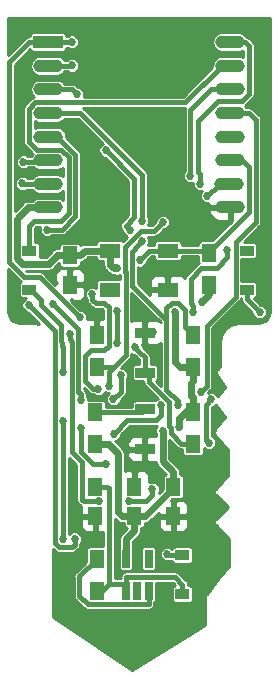
<source format=gbr>
%TF.GenerationSoftware,KiCad,Pcbnew,5.0-dev-unknown-d043ef5~62~ubuntu16.04.1*%
%TF.CreationDate,2018-02-24T21:05:52-07:00*%
%TF.ProjectId,ESP12-Break-02,45535031322D427265616B2D30322E6B,rev?*%
%TF.SameCoordinates,Original*%
%TF.FileFunction,Copper,L1,Top,Signal*%
%TF.FilePolarity,Positive*%
%FSLAX46Y46*%
G04 Gerber Fmt 4.6, Leading zero omitted, Abs format (unit mm)*
G04 Created by KiCad (PCBNEW 5.0-dev-unknown-d043ef5~62~ubuntu16.04.1) date Sat Feb 24 21:05:52 2018*
%MOMM*%
%LPD*%
G01*
G04 APERTURE LIST*
%ADD10R,2.500000X1.100000*%
%ADD11O,2.500000X1.100000*%
%ADD12R,1.250000X1.500000*%
%ADD13R,1.300000X1.500000*%
%ADD14R,0.650000X1.560000*%
%ADD15R,1.200000X0.900000*%
%ADD16R,1.800000X1.200000*%
%ADD17R,1.700000X0.900000*%
%ADD18C,0.685800*%
%ADD19C,0.406000*%
%ADD20C,0.406400*%
%ADD21C,0.609600*%
%ADD22C,0.203200*%
%ADD23C,0.254000*%
G04 APERTURE END LIST*
D10*
X133285000Y-57150000D03*
D11*
X133285000Y-59150000D03*
X133285000Y-61150000D03*
X133285000Y-63150000D03*
X133285000Y-65150000D03*
X133285000Y-67150000D03*
X133285000Y-69150000D03*
X133285000Y-71150000D03*
X148685000Y-71150000D03*
X148585000Y-69150000D03*
X148685000Y-67150000D03*
X148685000Y-65150000D03*
X148685000Y-63150000D03*
X148685000Y-61150000D03*
X148685000Y-59150000D03*
X148685000Y-57150000D03*
D12*
X140589000Y-94782000D03*
X140589000Y-97282000D03*
D13*
X145542000Y-81962000D03*
X145542000Y-84662000D03*
X137287000Y-88486000D03*
X137287000Y-91186000D03*
X145542000Y-88439000D03*
X145542000Y-91139000D03*
D14*
X139893000Y-100885000D03*
X141793000Y-100885000D03*
X141793000Y-103585000D03*
X140843000Y-103585000D03*
X139893000Y-103585000D03*
D12*
X137287000Y-94782000D03*
X137287000Y-97282000D03*
X143891000Y-97282000D03*
X143891000Y-94782000D03*
D13*
X137414000Y-100885000D03*
X137414000Y-103585000D03*
D15*
X144653000Y-103885000D03*
X144653000Y-100585000D03*
X150114000Y-78104000D03*
X150114000Y-74804000D03*
X131699000Y-78104000D03*
X131699000Y-74804000D03*
D13*
X146939000Y-74977000D03*
X146939000Y-77677000D03*
X137414000Y-84662000D03*
X137414000Y-81962000D03*
D12*
X135128000Y-77704000D03*
X135128000Y-75204000D03*
D16*
X143408400Y-78105000D03*
X143408400Y-74803000D03*
X138531600Y-74803000D03*
X138531600Y-78105000D03*
D17*
X141478000Y-81739000D03*
X141478000Y-85139000D03*
X141478000Y-88216000D03*
X141478000Y-91616000D03*
D18*
X148460289Y-74777660D03*
X130429000Y-80314800D03*
X140589000Y-86283800D03*
X150469600Y-73787000D03*
X150088600Y-74853800D03*
X145585170Y-79995270D03*
X140195320Y-73040370D03*
X141226153Y-74020566D03*
X146888200Y-91059000D03*
X147070518Y-87397716D03*
X135102600Y-81838800D03*
X133210110Y-73025000D03*
X133717713Y-79293155D03*
X131191000Y-67284600D03*
X136066410Y-87453567D03*
X131648200Y-79425800D03*
X146278600Y-79171800D03*
X139087474Y-76304647D03*
X147878800Y-92608400D03*
X145464280Y-75515720D03*
X140614400Y-79248000D03*
X135331200Y-93929200D03*
X142138400Y-81711800D03*
X143383000Y-78105000D03*
X141224000Y-72263000D03*
X142113000Y-94996000D03*
X140154500Y-96032000D03*
X137575200Y-96032000D03*
X134580320Y-99207500D03*
X134580320Y-89233400D03*
X146050000Y-57658000D03*
X137414000Y-81915000D03*
X141732000Y-90043000D03*
X146177000Y-100330000D03*
X141986000Y-92964000D03*
X137287000Y-97409000D03*
X145669000Y-97663000D03*
X135128000Y-77724000D03*
X137160000Y-68453000D03*
X138303000Y-60071000D03*
X142875000Y-65405000D03*
X145161000Y-72009000D03*
X140843000Y-103632000D03*
X135281800Y-59124400D03*
X144245400Y-87914700D03*
X135730700Y-61555100D03*
X138159000Y-66311200D03*
X131109400Y-69111400D03*
X135525900Y-99207500D03*
X143994200Y-79978500D03*
X144367300Y-89745900D03*
X142970000Y-90075200D03*
X135128000Y-103759000D03*
X143002000Y-72390000D03*
X138430000Y-86233000D03*
X146762200Y-70175200D03*
X141043722Y-75620778D03*
X139446000Y-85344000D03*
X138811000Y-87376000D03*
X136067800Y-89865198D03*
X148067780Y-65038220D03*
X138141600Y-92911600D03*
X146202000Y-86753510D03*
X138821600Y-90309500D03*
X142827000Y-87912700D03*
X137033209Y-78485999D03*
X137541000Y-86487000D03*
X145332800Y-68478700D03*
X146143700Y-69152500D03*
X143335100Y-100502400D03*
X151188300Y-80001700D03*
X139126721Y-79886087D03*
X135940800Y-80441800D03*
X140652690Y-83006770D03*
X139117711Y-82601819D03*
X135281800Y-57124400D03*
X134580320Y-85053200D03*
D19*
X145585170Y-79995270D02*
X145585170Y-79510337D01*
X146253200Y-76276200D02*
X147543127Y-76276200D01*
X145338800Y-77190600D02*
X146253200Y-76276200D01*
X147543127Y-76276200D02*
X148460289Y-75359038D01*
X145585170Y-79510337D02*
X145338800Y-79263967D01*
X148460289Y-74784831D02*
X148460289Y-74777660D01*
X148460289Y-75359038D02*
X148460289Y-74784831D01*
X145338800Y-79263967D02*
X145338800Y-77190600D01*
X150290700Y-63150000D02*
X150850700Y-63710000D01*
X147985000Y-63150000D02*
X150290700Y-63150000D01*
X146695500Y-81175800D02*
X146695500Y-86260010D01*
X146695500Y-86260010D02*
X146544899Y-86410611D01*
X146544899Y-86410611D02*
X146202000Y-86753510D01*
X149158599Y-74069679D02*
X149158599Y-78712701D01*
X150850700Y-72377578D02*
X149158599Y-74069679D01*
X149158599Y-78712701D02*
X146695500Y-81175800D01*
X150850700Y-63710000D02*
X150850700Y-72377578D01*
X141833600Y-85944700D02*
X141847100Y-85944700D01*
X141847100Y-85944700D02*
X143525800Y-87623400D01*
X141833600Y-85494600D02*
X141833600Y-85944700D01*
X143525800Y-87623400D02*
X143525800Y-89642900D01*
X144536300Y-91139000D02*
X145542000Y-91139000D01*
X141478000Y-85139000D02*
X141833600Y-85494600D01*
X143525800Y-89642900D02*
X143668600Y-89785700D01*
X143668600Y-89785700D02*
X143668600Y-90271300D01*
X143668600Y-90271300D02*
X144536300Y-91139000D01*
X138159000Y-66311200D02*
X140563600Y-68715800D01*
X140563600Y-68715800D02*
X140563600Y-71986292D01*
X140563600Y-71986292D02*
X139852421Y-72697471D01*
X139852421Y-72697471D02*
X140195320Y-73040370D01*
X140398697Y-76408188D02*
X140345412Y-76354903D01*
X140398697Y-77764597D02*
X140398697Y-76408188D01*
X140883254Y-74363465D02*
X141226153Y-74020566D01*
X140345412Y-74901307D02*
X140883254Y-74363465D01*
X143295600Y-80661500D02*
X140398697Y-77764597D01*
X140345412Y-76354903D02*
X140345412Y-74901307D01*
X143295600Y-80661500D02*
X143295600Y-79683300D01*
X144886869Y-79849169D02*
X144886869Y-81306869D01*
X143753100Y-79225800D02*
X144263500Y-79225800D01*
X144886869Y-81306869D02*
X145542000Y-81962000D01*
X143295600Y-79683300D02*
X143753100Y-79225800D01*
X144263500Y-79225800D02*
X144886869Y-79849169D01*
X147070518Y-87397716D02*
X146634200Y-87834034D01*
X146634200Y-87834034D02*
X146634200Y-90805000D01*
X146634200Y-90805000D02*
X146888200Y-91059000D01*
X135584811Y-71884701D02*
X134444512Y-73025000D01*
X133985000Y-65150000D02*
X134055512Y-65150000D01*
X134055512Y-65150000D02*
X135584811Y-66679299D01*
X133695043Y-73025000D02*
X133210110Y-73025000D01*
X135584811Y-66679299D02*
X135584811Y-71884701D01*
X134444512Y-73025000D02*
X133695043Y-73025000D01*
D20*
X135278823Y-91870815D02*
X135278823Y-82499956D01*
X135278823Y-82499956D02*
X135102600Y-82323733D01*
X135102600Y-82323733D02*
X135102600Y-81838800D01*
X136144000Y-95885000D02*
X136144000Y-92735992D01*
X136672000Y-96032000D02*
X136291000Y-96032000D01*
X136291000Y-96032000D02*
X136144000Y-95885000D01*
X136144000Y-92735992D02*
X135278823Y-91870815D01*
D19*
X136066410Y-87453567D02*
X136066410Y-86968634D01*
X134060612Y-79636054D02*
X133717713Y-79293155D01*
X135837434Y-81412876D02*
X134060612Y-79636054D01*
X135837434Y-86739658D02*
X135837434Y-81412876D01*
X136066410Y-86968634D02*
X135837434Y-86739658D01*
X131675933Y-67284600D02*
X131191000Y-67284600D01*
X133850400Y-67284600D02*
X131675933Y-67284600D01*
X133985000Y-67150000D02*
X133850400Y-67284600D01*
X131991099Y-79768699D02*
X131648200Y-79425800D01*
X133882010Y-99598010D02*
X133882010Y-82736156D01*
X134214600Y-99930600D02*
X133882010Y-99598010D01*
X135525900Y-99692433D02*
X135287733Y-99930600D01*
X135287733Y-99930600D02*
X134214600Y-99930600D01*
X135525900Y-99207500D02*
X135525900Y-99692433D01*
X133845888Y-82199541D02*
X133845888Y-81623488D01*
X133845888Y-81623488D02*
X131991099Y-79768699D01*
X133882010Y-82736156D02*
X133903337Y-82709413D01*
X133903337Y-82709413D02*
X133845888Y-82199541D01*
D21*
X133328900Y-75920600D02*
X131108000Y-75920600D01*
X131108000Y-75920600D02*
X130641400Y-75454000D01*
X134045500Y-75204000D02*
X133328900Y-75920600D01*
X135128000Y-75204000D02*
X134045500Y-75204000D01*
X130641400Y-72086100D02*
X131577500Y-71150000D01*
X130641400Y-75454000D02*
X130641400Y-72086100D01*
X131577500Y-71150000D02*
X133985000Y-71150000D01*
X146939000Y-78511400D02*
X146939000Y-77677000D01*
X146278600Y-79171800D02*
X146939000Y-78511400D01*
X138531600Y-74803000D02*
X138531600Y-76012600D01*
X138823647Y-76304647D02*
X139087474Y-76304647D01*
X138531600Y-76012600D02*
X138823647Y-76304647D01*
D22*
X135470899Y-78103892D02*
X135470899Y-78066899D01*
D19*
X141224000Y-68385100D02*
X141224000Y-71778067D01*
X135988900Y-63150000D02*
X141224000Y-68385100D01*
X141224000Y-71778067D02*
X141224000Y-72263000D01*
X133985000Y-63150000D02*
X135988900Y-63150000D01*
X137575200Y-96032000D02*
X136672000Y-96032000D01*
X142113000Y-95480933D02*
X142113000Y-94996000D01*
X141561933Y-96032000D02*
X142113000Y-95480933D01*
X140154500Y-96032000D02*
X141561933Y-96032000D01*
X134580320Y-98722567D02*
X134580320Y-89233400D01*
X134580320Y-99207500D02*
X134580320Y-98722567D01*
D21*
X139192000Y-96967500D02*
X139506500Y-97282000D01*
X138394500Y-91186000D02*
X139192000Y-91983500D01*
X139192000Y-91983500D02*
X139192000Y-96967500D01*
X137287000Y-91186000D02*
X138394500Y-91186000D01*
X139506500Y-97282000D02*
X140589000Y-97282000D01*
X143891000Y-94907000D02*
X141516000Y-97282000D01*
X141516000Y-97282000D02*
X140589000Y-97282000D01*
X143891000Y-94782000D02*
X143891000Y-94907000D01*
D19*
X135256200Y-59150000D02*
X135281800Y-59124400D01*
X133985000Y-59150000D02*
X135256200Y-59150000D01*
X135325600Y-61150000D02*
X135730700Y-61555100D01*
X133985000Y-61150000D02*
X135325600Y-61150000D01*
X143295600Y-86603000D02*
X143295600Y-80661500D01*
X144245400Y-87552800D02*
X143295600Y-86603000D01*
X144245400Y-87914700D02*
X144245400Y-87552800D01*
X131148000Y-69150000D02*
X131109400Y-69111400D01*
X133985000Y-69150000D02*
X131148000Y-69150000D01*
D21*
X139893000Y-99185500D02*
X140589000Y-98489500D01*
X139893000Y-100885000D02*
X139893000Y-99185500D01*
X140589000Y-97282000D02*
X140589000Y-98489500D01*
X145542000Y-84662000D02*
X144434500Y-84662000D01*
X135574000Y-75204000D02*
X136019900Y-75204000D01*
X135574000Y-75204000D02*
X135128000Y-75204000D01*
X138531600Y-74803000D02*
X137174100Y-74803000D01*
X145401600Y-87091100D02*
X145542000Y-87231500D01*
X145401600Y-86009900D02*
X145401600Y-87091100D01*
X145542000Y-85869500D02*
X145401600Y-86009900D01*
X145542000Y-84662000D02*
X145542000Y-85869500D01*
X143994200Y-84221700D02*
X144434500Y-84662000D01*
X143994200Y-79978500D02*
X143994200Y-84221700D01*
X145542000Y-88439000D02*
X145542000Y-87835200D01*
X145542000Y-87835200D02*
X145542000Y-87231500D01*
X144367300Y-89009900D02*
X145542000Y-87835200D01*
X144367300Y-89745900D02*
X144367300Y-89009900D01*
X142970000Y-92653500D02*
X143891000Y-93574500D01*
X142970000Y-90075200D02*
X142970000Y-92653500D01*
X143891000Y-94782000D02*
X143891000Y-93574500D01*
X136420900Y-74803000D02*
X136019900Y-75204000D01*
X137174100Y-74803000D02*
X136420900Y-74803000D01*
D19*
X139787001Y-76586204D02*
X139787001Y-74472157D01*
X139787001Y-74472157D02*
X141119671Y-73139487D01*
X138845200Y-84662000D02*
X139840279Y-83666921D01*
X142659101Y-72732899D02*
X143002000Y-72390000D01*
X139840279Y-83666921D02*
X139840279Y-76639482D01*
X141119671Y-73139487D02*
X142252513Y-73139487D01*
X139840279Y-76639482D02*
X139787001Y-76586204D01*
X142252513Y-73139487D02*
X142659101Y-72732899D01*
X138845200Y-84662000D02*
X138430000Y-85077200D01*
X138430000Y-85748067D02*
X138430000Y-86233000D01*
X138430000Y-85077200D02*
X138430000Y-85748067D01*
X147985000Y-69150000D02*
X147985000Y-69185000D01*
X147955000Y-69215000D02*
X147722400Y-69215000D01*
X147985000Y-69185000D02*
X147955000Y-69215000D01*
X147722400Y-69215000D02*
X146762200Y-70175200D01*
X137414000Y-84662000D02*
X138419700Y-84662000D01*
X138845200Y-84662000D02*
X138419700Y-84662000D01*
X149725400Y-67150000D02*
X150290700Y-67715300D01*
X150290700Y-67715300D02*
X150290700Y-71525300D01*
X150290700Y-71525300D02*
X146839000Y-74977000D01*
X147985000Y-67150000D02*
X149725400Y-67150000D01*
X142152700Y-74803000D02*
X141861500Y-74803000D01*
X141386621Y-75277879D02*
X141043722Y-75620778D01*
X141861500Y-74803000D02*
X141386621Y-75277879D01*
X146665000Y-74803000D02*
X146839000Y-74977000D01*
X142152700Y-74803000D02*
X146665000Y-74803000D01*
X139446000Y-85828933D02*
X139446000Y-85344000D01*
X139446000Y-86741000D02*
X139446000Y-85828933D01*
X138811000Y-87376000D02*
X139446000Y-86741000D01*
X146939000Y-74977000D02*
X146839000Y-74977000D01*
X143408400Y-74803000D02*
X142152700Y-74803000D01*
X143408400Y-74803000D02*
X142152700Y-74803000D01*
X136067800Y-90350131D02*
X136067800Y-89865198D01*
X137109603Y-92911600D02*
X136067800Y-91869797D01*
X138141600Y-92911600D02*
X137109603Y-92911600D01*
X136067800Y-91869797D02*
X136067800Y-90350131D01*
X138821600Y-90309500D02*
X139977100Y-89154000D01*
X142827000Y-88757800D02*
X142827000Y-87912700D01*
X139977100Y-89154000D02*
X142430800Y-89154000D01*
X142430800Y-89154000D02*
X142827000Y-88757800D01*
D20*
X137033209Y-78970932D02*
X137033209Y-78485999D01*
X137310277Y-79248000D02*
X137033209Y-78970932D01*
X138419401Y-79618401D02*
X138049000Y-79248000D01*
X138049000Y-79248000D02*
X137310277Y-79248000D01*
D19*
X138419401Y-82879099D02*
X138419401Y-79618401D01*
X138052500Y-83246000D02*
X138419401Y-82879099D01*
X136915300Y-83246000D02*
X138052500Y-83246000D01*
X137541000Y-86487000D02*
X137056067Y-86487000D01*
X137056067Y-86487000D02*
X136408200Y-85839133D01*
X136408200Y-85839133D02*
X136408200Y-83753100D01*
X136408200Y-83753100D02*
X136915300Y-83246000D01*
X145332800Y-62896500D02*
X145332800Y-68478700D01*
X147079300Y-61150000D02*
X145332800Y-62896500D01*
X147985000Y-61150000D02*
X147079300Y-61150000D01*
X132067101Y-72326699D02*
X134353101Y-72326699D01*
X144881300Y-62253700D02*
X147985000Y-59150000D01*
X131699000Y-72694800D02*
X132067101Y-72326699D01*
X131665200Y-62789000D02*
X132209900Y-62244300D01*
X135026400Y-71653400D02*
X135026400Y-66910600D01*
X131699000Y-74804000D02*
X131699000Y-72694800D01*
X132303100Y-66244300D02*
X131665200Y-65606400D01*
X135441300Y-62253700D02*
X144881300Y-62253700D01*
X134353101Y-72326699D02*
X135026400Y-71653400D01*
X135026400Y-66910600D02*
X134360100Y-66244300D01*
X134360100Y-66244300D02*
X132303100Y-66244300D01*
X135431900Y-62244300D02*
X135441300Y-62253700D01*
X131665200Y-65606400D02*
X131665200Y-62789000D01*
X132209900Y-62244300D02*
X135431900Y-62244300D01*
X150290700Y-61535600D02*
X149676300Y-62150000D01*
X150290700Y-57479100D02*
X150290700Y-61535600D01*
X147985000Y-57150000D02*
X149961600Y-57150000D01*
X149961600Y-57150000D02*
X150290700Y-57479100D01*
X149676300Y-62150000D02*
X147647300Y-62150000D01*
X147647300Y-62150000D02*
X145967300Y-63830000D01*
X145967300Y-63830000D02*
X145967300Y-68125100D01*
X145967300Y-68125100D02*
X146143700Y-68301500D01*
X146143700Y-68301500D02*
X146143700Y-69152500D01*
X138419700Y-103017100D02*
X137851800Y-103585000D01*
X137851800Y-103585000D02*
X137414000Y-103585000D01*
X138419700Y-94934000D02*
X138419700Y-103017100D01*
X138267700Y-94782000D02*
X138419700Y-94934000D01*
X137287000Y-94782000D02*
X138267700Y-94782000D01*
X144023000Y-102449300D02*
X139893000Y-102449300D01*
X144653000Y-103079300D02*
X144023000Y-102449300D01*
X144653000Y-103885000D02*
X144653000Y-103079300D01*
X139893000Y-103017100D02*
X138419700Y-103017100D01*
X139893000Y-103585000D02*
X139893000Y-103017100D01*
X139893000Y-103017100D02*
X139893000Y-102449300D01*
X143417700Y-100585000D02*
X143335100Y-100502400D01*
X144653000Y-100585000D02*
X143417700Y-100585000D01*
X135915400Y-104011500D02*
X135915400Y-102383600D01*
X141793000Y-104720700D02*
X136624600Y-104720700D01*
X136624600Y-104720700D02*
X135915400Y-104011500D01*
X141793000Y-103585000D02*
X141793000Y-104720700D01*
X135915400Y-102383600D02*
X137414000Y-100885000D01*
X150114000Y-78927400D02*
X150114000Y-78104000D01*
X151188300Y-80001700D02*
X150114000Y-78927400D01*
X139117711Y-82601819D02*
X139117711Y-79895097D01*
X139117711Y-79895097D02*
X139126721Y-79886087D01*
D20*
X132574700Y-77075700D02*
X132574700Y-77032800D01*
X135940800Y-80441800D02*
X132574700Y-77075700D01*
D19*
X141478000Y-85139000D02*
X141478000Y-83832080D01*
X140995589Y-83349669D02*
X140652690Y-83006770D01*
X141478000Y-83832080D02*
X140995589Y-83349669D01*
X134916300Y-57124400D02*
X134890700Y-57150000D01*
X135281800Y-57124400D02*
X134916300Y-57124400D01*
X133985000Y-57150000D02*
X134890700Y-57150000D01*
X133985000Y-57150000D02*
X131679300Y-57150000D01*
X129980800Y-58848500D02*
X131679300Y-57150000D01*
X129980800Y-75736000D02*
X129980800Y-58848500D01*
X131277600Y-77032800D02*
X129980800Y-75736000D01*
X132574700Y-77032800D02*
X131277600Y-77032800D01*
X132705000Y-79417600D02*
X134404299Y-81116899D01*
X134580320Y-84568267D02*
X134580320Y-85053200D01*
X134404299Y-81116899D02*
X134404299Y-82168186D01*
X132705000Y-78960000D02*
X132705000Y-79417600D01*
X134484132Y-82876741D02*
X134580320Y-82972929D01*
X131849000Y-78104000D02*
X132705000Y-78960000D01*
X131699000Y-78104000D02*
X131849000Y-78104000D01*
X134404299Y-82168186D02*
X134484132Y-82876741D01*
X134580320Y-82972929D02*
X134580320Y-84568267D01*
X137287000Y-88486000D02*
X138292700Y-88486000D01*
X141203400Y-88490600D02*
X141478000Y-88216000D01*
X138297300Y-88490600D02*
X141203400Y-88490600D01*
X138292700Y-88486000D02*
X138297300Y-88490600D01*
D23*
G36*
X148263147Y-88900000D02*
X147425807Y-89946675D01*
X147382579Y-89999189D01*
X147371468Y-90035623D01*
X147353935Y-90069433D01*
X147351103Y-90102397D01*
X147341451Y-90134046D01*
X147345128Y-90171956D01*
X147341868Y-90209903D01*
X147351867Y-90241443D01*
X147355061Y-90274375D01*
X147372965Y-90307993D01*
X147384476Y-90344300D01*
X147428280Y-90396337D01*
X148489601Y-91693509D01*
X148489600Y-93844004D01*
X147467240Y-94979960D01*
X147445492Y-94994492D01*
X147420504Y-95031890D01*
X147414228Y-95038863D01*
X147401156Y-95060847D01*
X147367163Y-95111721D01*
X147365283Y-95121175D01*
X147360357Y-95129458D01*
X147351592Y-95190003D01*
X147339658Y-95250000D01*
X147341538Y-95259452D01*
X147340157Y-95268991D01*
X147355228Y-95328276D01*
X147367163Y-95388279D01*
X147372519Y-95396295D01*
X147374893Y-95405634D01*
X147411504Y-95454640D01*
X147425721Y-95475917D01*
X147432358Y-95482554D01*
X147459275Y-95518584D01*
X147481756Y-95531952D01*
X148469803Y-96520000D01*
X147475085Y-97514719D01*
X147445492Y-97534492D01*
X147367163Y-97651721D01*
X147339658Y-97790000D01*
X147367163Y-97928279D01*
X147445492Y-98045508D01*
X147475085Y-98065281D01*
X148616600Y-99206797D01*
X148616601Y-101475682D01*
X147700066Y-102621351D01*
X147700064Y-102621353D01*
X146696513Y-103875792D01*
X146683492Y-103884493D01*
X146652772Y-103930470D01*
X146640456Y-103945864D01*
X146633423Y-103959427D01*
X146605163Y-104001721D01*
X146601225Y-104021518D01*
X146591935Y-104039433D01*
X146587582Y-104090106D01*
X146584600Y-104105097D01*
X146584600Y-104124818D01*
X146579868Y-104179903D01*
X146584600Y-104194829D01*
X146584601Y-106481963D01*
X140343542Y-110322615D01*
X133704400Y-105856284D01*
X133704400Y-100102616D01*
X133839900Y-100238117D01*
X133866810Y-100278390D01*
X133907082Y-100305299D01*
X133907084Y-100305301D01*
X133920370Y-100314178D01*
X134026377Y-100385010D01*
X134167092Y-100413000D01*
X134167096Y-100413000D01*
X134214599Y-100422449D01*
X134262102Y-100413000D01*
X135240229Y-100413000D01*
X135287733Y-100422449D01*
X135335237Y-100413000D01*
X135335241Y-100413000D01*
X135475956Y-100385010D01*
X135635523Y-100278390D01*
X135662434Y-100238115D01*
X135833415Y-100067134D01*
X135873690Y-100040223D01*
X135980310Y-99880656D01*
X136008300Y-99739941D01*
X136008300Y-99739938D01*
X136017749Y-99692434D01*
X136008300Y-99644930D01*
X136008300Y-99605166D01*
X136053461Y-99560005D01*
X136148200Y-99331283D01*
X136148200Y-99083717D01*
X136053461Y-98854995D01*
X135878405Y-98679939D01*
X135649683Y-98585200D01*
X135402117Y-98585200D01*
X135173395Y-98679939D01*
X135062720Y-98790614D01*
X135062720Y-97567750D01*
X136027000Y-97567750D01*
X136027000Y-98158309D01*
X136123673Y-98391698D01*
X136302301Y-98570327D01*
X136535690Y-98667000D01*
X137001250Y-98667000D01*
X137160000Y-98508250D01*
X137160000Y-97409000D01*
X136185750Y-97409000D01*
X136027000Y-97567750D01*
X135062720Y-97567750D01*
X135062720Y-92337210D01*
X135661401Y-92935892D01*
X135661400Y-95837472D01*
X135651946Y-95885000D01*
X135661400Y-95932528D01*
X135689401Y-96073300D01*
X135796065Y-96232935D01*
X135836364Y-96259862D01*
X135916138Y-96339636D01*
X135943065Y-96379935D01*
X136027000Y-96436019D01*
X136027000Y-96996250D01*
X136185750Y-97155000D01*
X137160000Y-97155000D01*
X137160000Y-97135000D01*
X137414000Y-97135000D01*
X137414000Y-97155000D01*
X137434000Y-97155000D01*
X137434000Y-97409000D01*
X137414000Y-97409000D01*
X137414000Y-98508250D01*
X137572750Y-98667000D01*
X137937300Y-98667000D01*
X137937301Y-99850127D01*
X136764000Y-99850127D01*
X136654984Y-99871812D01*
X136562564Y-99933564D01*
X136500812Y-100025984D01*
X136479127Y-100135000D01*
X136479127Y-101137656D01*
X135607883Y-102008901D01*
X135567611Y-102035810D01*
X135540702Y-102076082D01*
X135540699Y-102076085D01*
X135460990Y-102195378D01*
X135423551Y-102383600D01*
X135433001Y-102431109D01*
X135433000Y-103963996D01*
X135423551Y-104011500D01*
X135433000Y-104059004D01*
X135433000Y-104059007D01*
X135460990Y-104199722D01*
X135567610Y-104359290D01*
X135607885Y-104386201D01*
X136249901Y-105028218D01*
X136276810Y-105068490D01*
X136317082Y-105095399D01*
X136317084Y-105095401D01*
X136361206Y-105124882D01*
X136436377Y-105175110D01*
X136577092Y-105203100D01*
X136577096Y-105203100D01*
X136624599Y-105212549D01*
X136672102Y-105203100D01*
X141745492Y-105203100D01*
X141793000Y-105212550D01*
X141840508Y-105203100D01*
X141981223Y-105175110D01*
X142140790Y-105068490D01*
X142247410Y-104908923D01*
X142284850Y-104720700D01*
X142275400Y-104673192D01*
X142275400Y-104595859D01*
X142319436Y-104566436D01*
X142381188Y-104474016D01*
X142402873Y-104365000D01*
X142402873Y-102931700D01*
X143823184Y-102931700D01*
X144043501Y-103152017D01*
X143943984Y-103171812D01*
X143851564Y-103233564D01*
X143789812Y-103325984D01*
X143768127Y-103435000D01*
X143768127Y-104335000D01*
X143789812Y-104444016D01*
X143851564Y-104536436D01*
X143943984Y-104598188D01*
X144053000Y-104619873D01*
X145253000Y-104619873D01*
X145362016Y-104598188D01*
X145454436Y-104536436D01*
X145516188Y-104444016D01*
X145537873Y-104335000D01*
X145537873Y-103435000D01*
X145516188Y-103325984D01*
X145454436Y-103233564D01*
X145362016Y-103171812D01*
X145253000Y-103150127D01*
X145135400Y-103150127D01*
X145135400Y-103126804D01*
X145144849Y-103079300D01*
X145135400Y-103031796D01*
X145135400Y-103031792D01*
X145107410Y-102891077D01*
X145000790Y-102731510D01*
X144960515Y-102704599D01*
X144397701Y-102141785D01*
X144370790Y-102101510D01*
X144211223Y-101994890D01*
X144070508Y-101966900D01*
X144070504Y-101966900D01*
X144023000Y-101957451D01*
X143975496Y-101966900D01*
X139940508Y-101966900D01*
X139893000Y-101957450D01*
X139845492Y-101966900D01*
X139704777Y-101994890D01*
X139545210Y-102101510D01*
X139438590Y-102261077D01*
X139401150Y-102449300D01*
X139410601Y-102496813D01*
X139410601Y-102534700D01*
X138902100Y-102534700D01*
X138902100Y-97503782D01*
X139052720Y-97654403D01*
X139085315Y-97703185D01*
X139278557Y-97832304D01*
X139448963Y-97866200D01*
X139506499Y-97877645D01*
X139564035Y-97866200D01*
X139679127Y-97866200D01*
X139679127Y-98032000D01*
X139700812Y-98141016D01*
X139762564Y-98233436D01*
X139854984Y-98295188D01*
X139940182Y-98312135D01*
X139520597Y-98731721D01*
X139471816Y-98764315D01*
X139366642Y-98921720D01*
X139342697Y-98957557D01*
X139297355Y-99185500D01*
X139308801Y-99243041D01*
X139308801Y-99990015D01*
X139304812Y-99995984D01*
X139283127Y-100105000D01*
X139283127Y-101665000D01*
X139304812Y-101774016D01*
X139366564Y-101866436D01*
X139458984Y-101928188D01*
X139568000Y-101949873D01*
X140218000Y-101949873D01*
X140327016Y-101928188D01*
X140419436Y-101866436D01*
X140481188Y-101774016D01*
X140502873Y-101665000D01*
X140502873Y-100105000D01*
X141183127Y-100105000D01*
X141183127Y-101665000D01*
X141204812Y-101774016D01*
X141266564Y-101866436D01*
X141358984Y-101928188D01*
X141468000Y-101949873D01*
X142118000Y-101949873D01*
X142227016Y-101928188D01*
X142319436Y-101866436D01*
X142381188Y-101774016D01*
X142402873Y-101665000D01*
X142402873Y-100378617D01*
X142712800Y-100378617D01*
X142712800Y-100626183D01*
X142807539Y-100854905D01*
X142982595Y-101029961D01*
X143211317Y-101124700D01*
X143458883Y-101124700D01*
X143597219Y-101067400D01*
X143774572Y-101067400D01*
X143789812Y-101144016D01*
X143851564Y-101236436D01*
X143943984Y-101298188D01*
X144053000Y-101319873D01*
X145253000Y-101319873D01*
X145362016Y-101298188D01*
X145454436Y-101236436D01*
X145516188Y-101144016D01*
X145537873Y-101035000D01*
X145537873Y-100135000D01*
X145516188Y-100025984D01*
X145454436Y-99933564D01*
X145362016Y-99871812D01*
X145253000Y-99850127D01*
X144053000Y-99850127D01*
X143943984Y-99871812D01*
X143851564Y-99933564D01*
X143789812Y-100025984D01*
X143781340Y-100068574D01*
X143687605Y-99974839D01*
X143458883Y-99880100D01*
X143211317Y-99880100D01*
X142982595Y-99974839D01*
X142807539Y-100149895D01*
X142712800Y-100378617D01*
X142402873Y-100378617D01*
X142402873Y-100105000D01*
X142381188Y-99995984D01*
X142319436Y-99903564D01*
X142227016Y-99841812D01*
X142118000Y-99820127D01*
X141468000Y-99820127D01*
X141358984Y-99841812D01*
X141266564Y-99903564D01*
X141204812Y-99995984D01*
X141183127Y-100105000D01*
X140502873Y-100105000D01*
X140481188Y-99995984D01*
X140477200Y-99990015D01*
X140477200Y-99427482D01*
X140961403Y-98943280D01*
X141010185Y-98910685D01*
X141139304Y-98717443D01*
X141173200Y-98547037D01*
X141173200Y-98547036D01*
X141184645Y-98489500D01*
X141173200Y-98431964D01*
X141173200Y-98316873D01*
X141214000Y-98316873D01*
X141323016Y-98295188D01*
X141415436Y-98233436D01*
X141477188Y-98141016D01*
X141498873Y-98032000D01*
X141498873Y-97874238D01*
X141516000Y-97877645D01*
X141573536Y-97866200D01*
X141573537Y-97866200D01*
X141743943Y-97832304D01*
X141937185Y-97703185D01*
X141969781Y-97654401D01*
X142056432Y-97567750D01*
X142631000Y-97567750D01*
X142631000Y-98158309D01*
X142727673Y-98391698D01*
X142906301Y-98570327D01*
X143139690Y-98667000D01*
X143605250Y-98667000D01*
X143764000Y-98508250D01*
X143764000Y-97409000D01*
X144018000Y-97409000D01*
X144018000Y-98508250D01*
X144176750Y-98667000D01*
X144642310Y-98667000D01*
X144875699Y-98570327D01*
X145054327Y-98391698D01*
X145151000Y-98158309D01*
X145151000Y-97567750D01*
X144992250Y-97409000D01*
X144018000Y-97409000D01*
X143764000Y-97409000D01*
X142789750Y-97409000D01*
X142631000Y-97567750D01*
X142056432Y-97567750D01*
X142631000Y-96993183D01*
X142631000Y-96996250D01*
X142789750Y-97155000D01*
X143764000Y-97155000D01*
X143764000Y-96055750D01*
X144018000Y-96055750D01*
X144018000Y-97155000D01*
X144992250Y-97155000D01*
X145151000Y-96996250D01*
X145151000Y-96405691D01*
X145054327Y-96172302D01*
X144875699Y-95993673D01*
X144642310Y-95897000D01*
X144176750Y-95897000D01*
X144018000Y-96055750D01*
X143764000Y-96055750D01*
X143666217Y-95957967D01*
X143807311Y-95816873D01*
X144516000Y-95816873D01*
X144625016Y-95795188D01*
X144717436Y-95733436D01*
X144779188Y-95641016D01*
X144800873Y-95532000D01*
X144800873Y-94032000D01*
X144779188Y-93922984D01*
X144717436Y-93830564D01*
X144625016Y-93768812D01*
X144516000Y-93747127D01*
X144475200Y-93747127D01*
X144475200Y-93632036D01*
X144486645Y-93574500D01*
X144459724Y-93439161D01*
X144441304Y-93346557D01*
X144312185Y-93153315D01*
X144263403Y-93120720D01*
X143554200Y-92411518D01*
X143554200Y-90839116D01*
X144161601Y-91446518D01*
X144188510Y-91486790D01*
X144228782Y-91513699D01*
X144228784Y-91513701D01*
X144284380Y-91550849D01*
X144348077Y-91593410D01*
X144488792Y-91621400D01*
X144488795Y-91621400D01*
X144536299Y-91630849D01*
X144583803Y-91621400D01*
X144607127Y-91621400D01*
X144607127Y-91889000D01*
X144628812Y-91998016D01*
X144690564Y-92090436D01*
X144782984Y-92152188D01*
X144892000Y-92173873D01*
X146192000Y-92173873D01*
X146301016Y-92152188D01*
X146393436Y-92090436D01*
X146455188Y-91998016D01*
X146476873Y-91889000D01*
X146476873Y-91527739D01*
X146535695Y-91586561D01*
X146764417Y-91681300D01*
X147011983Y-91681300D01*
X147240705Y-91586561D01*
X147415761Y-91411505D01*
X147510500Y-91182783D01*
X147510500Y-90935217D01*
X147415761Y-90706495D01*
X147240705Y-90531439D01*
X147116600Y-90480033D01*
X147116600Y-88033850D01*
X147130434Y-88020016D01*
X147194301Y-88020016D01*
X147423023Y-87925277D01*
X147456548Y-87891752D01*
X148263147Y-88900000D01*
X148263147Y-88900000D01*
G37*
X148263147Y-88900000D02*
X147425807Y-89946675D01*
X147382579Y-89999189D01*
X147371468Y-90035623D01*
X147353935Y-90069433D01*
X147351103Y-90102397D01*
X147341451Y-90134046D01*
X147345128Y-90171956D01*
X147341868Y-90209903D01*
X147351867Y-90241443D01*
X147355061Y-90274375D01*
X147372965Y-90307993D01*
X147384476Y-90344300D01*
X147428280Y-90396337D01*
X148489601Y-91693509D01*
X148489600Y-93844004D01*
X147467240Y-94979960D01*
X147445492Y-94994492D01*
X147420504Y-95031890D01*
X147414228Y-95038863D01*
X147401156Y-95060847D01*
X147367163Y-95111721D01*
X147365283Y-95121175D01*
X147360357Y-95129458D01*
X147351592Y-95190003D01*
X147339658Y-95250000D01*
X147341538Y-95259452D01*
X147340157Y-95268991D01*
X147355228Y-95328276D01*
X147367163Y-95388279D01*
X147372519Y-95396295D01*
X147374893Y-95405634D01*
X147411504Y-95454640D01*
X147425721Y-95475917D01*
X147432358Y-95482554D01*
X147459275Y-95518584D01*
X147481756Y-95531952D01*
X148469803Y-96520000D01*
X147475085Y-97514719D01*
X147445492Y-97534492D01*
X147367163Y-97651721D01*
X147339658Y-97790000D01*
X147367163Y-97928279D01*
X147445492Y-98045508D01*
X147475085Y-98065281D01*
X148616600Y-99206797D01*
X148616601Y-101475682D01*
X147700066Y-102621351D01*
X147700064Y-102621353D01*
X146696513Y-103875792D01*
X146683492Y-103884493D01*
X146652772Y-103930470D01*
X146640456Y-103945864D01*
X146633423Y-103959427D01*
X146605163Y-104001721D01*
X146601225Y-104021518D01*
X146591935Y-104039433D01*
X146587582Y-104090106D01*
X146584600Y-104105097D01*
X146584600Y-104124818D01*
X146579868Y-104179903D01*
X146584600Y-104194829D01*
X146584601Y-106481963D01*
X140343542Y-110322615D01*
X133704400Y-105856284D01*
X133704400Y-100102616D01*
X133839900Y-100238117D01*
X133866810Y-100278390D01*
X133907082Y-100305299D01*
X133907084Y-100305301D01*
X133920370Y-100314178D01*
X134026377Y-100385010D01*
X134167092Y-100413000D01*
X134167096Y-100413000D01*
X134214599Y-100422449D01*
X134262102Y-100413000D01*
X135240229Y-100413000D01*
X135287733Y-100422449D01*
X135335237Y-100413000D01*
X135335241Y-100413000D01*
X135475956Y-100385010D01*
X135635523Y-100278390D01*
X135662434Y-100238115D01*
X135833415Y-100067134D01*
X135873690Y-100040223D01*
X135980310Y-99880656D01*
X136008300Y-99739941D01*
X136008300Y-99739938D01*
X136017749Y-99692434D01*
X136008300Y-99644930D01*
X136008300Y-99605166D01*
X136053461Y-99560005D01*
X136148200Y-99331283D01*
X136148200Y-99083717D01*
X136053461Y-98854995D01*
X135878405Y-98679939D01*
X135649683Y-98585200D01*
X135402117Y-98585200D01*
X135173395Y-98679939D01*
X135062720Y-98790614D01*
X135062720Y-97567750D01*
X136027000Y-97567750D01*
X136027000Y-98158309D01*
X136123673Y-98391698D01*
X136302301Y-98570327D01*
X136535690Y-98667000D01*
X137001250Y-98667000D01*
X137160000Y-98508250D01*
X137160000Y-97409000D01*
X136185750Y-97409000D01*
X136027000Y-97567750D01*
X135062720Y-97567750D01*
X135062720Y-92337210D01*
X135661401Y-92935892D01*
X135661400Y-95837472D01*
X135651946Y-95885000D01*
X135661400Y-95932528D01*
X135689401Y-96073300D01*
X135796065Y-96232935D01*
X135836364Y-96259862D01*
X135916138Y-96339636D01*
X135943065Y-96379935D01*
X136027000Y-96436019D01*
X136027000Y-96996250D01*
X136185750Y-97155000D01*
X137160000Y-97155000D01*
X137160000Y-97135000D01*
X137414000Y-97135000D01*
X137414000Y-97155000D01*
X137434000Y-97155000D01*
X137434000Y-97409000D01*
X137414000Y-97409000D01*
X137414000Y-98508250D01*
X137572750Y-98667000D01*
X137937300Y-98667000D01*
X137937301Y-99850127D01*
X136764000Y-99850127D01*
X136654984Y-99871812D01*
X136562564Y-99933564D01*
X136500812Y-100025984D01*
X136479127Y-100135000D01*
X136479127Y-101137656D01*
X135607883Y-102008901D01*
X135567611Y-102035810D01*
X135540702Y-102076082D01*
X135540699Y-102076085D01*
X135460990Y-102195378D01*
X135423551Y-102383600D01*
X135433001Y-102431109D01*
X135433000Y-103963996D01*
X135423551Y-104011500D01*
X135433000Y-104059004D01*
X135433000Y-104059007D01*
X135460990Y-104199722D01*
X135567610Y-104359290D01*
X135607885Y-104386201D01*
X136249901Y-105028218D01*
X136276810Y-105068490D01*
X136317082Y-105095399D01*
X136317084Y-105095401D01*
X136361206Y-105124882D01*
X136436377Y-105175110D01*
X136577092Y-105203100D01*
X136577096Y-105203100D01*
X136624599Y-105212549D01*
X136672102Y-105203100D01*
X141745492Y-105203100D01*
X141793000Y-105212550D01*
X141840508Y-105203100D01*
X141981223Y-105175110D01*
X142140790Y-105068490D01*
X142247410Y-104908923D01*
X142284850Y-104720700D01*
X142275400Y-104673192D01*
X142275400Y-104595859D01*
X142319436Y-104566436D01*
X142381188Y-104474016D01*
X142402873Y-104365000D01*
X142402873Y-102931700D01*
X143823184Y-102931700D01*
X144043501Y-103152017D01*
X143943984Y-103171812D01*
X143851564Y-103233564D01*
X143789812Y-103325984D01*
X143768127Y-103435000D01*
X143768127Y-104335000D01*
X143789812Y-104444016D01*
X143851564Y-104536436D01*
X143943984Y-104598188D01*
X144053000Y-104619873D01*
X145253000Y-104619873D01*
X145362016Y-104598188D01*
X145454436Y-104536436D01*
X145516188Y-104444016D01*
X145537873Y-104335000D01*
X145537873Y-103435000D01*
X145516188Y-103325984D01*
X145454436Y-103233564D01*
X145362016Y-103171812D01*
X145253000Y-103150127D01*
X145135400Y-103150127D01*
X145135400Y-103126804D01*
X145144849Y-103079300D01*
X145135400Y-103031796D01*
X145135400Y-103031792D01*
X145107410Y-102891077D01*
X145000790Y-102731510D01*
X144960515Y-102704599D01*
X144397701Y-102141785D01*
X144370790Y-102101510D01*
X144211223Y-101994890D01*
X144070508Y-101966900D01*
X144070504Y-101966900D01*
X144023000Y-101957451D01*
X143975496Y-101966900D01*
X139940508Y-101966900D01*
X139893000Y-101957450D01*
X139845492Y-101966900D01*
X139704777Y-101994890D01*
X139545210Y-102101510D01*
X139438590Y-102261077D01*
X139401150Y-102449300D01*
X139410601Y-102496813D01*
X139410601Y-102534700D01*
X138902100Y-102534700D01*
X138902100Y-97503782D01*
X139052720Y-97654403D01*
X139085315Y-97703185D01*
X139278557Y-97832304D01*
X139448963Y-97866200D01*
X139506499Y-97877645D01*
X139564035Y-97866200D01*
X139679127Y-97866200D01*
X139679127Y-98032000D01*
X139700812Y-98141016D01*
X139762564Y-98233436D01*
X139854984Y-98295188D01*
X139940182Y-98312135D01*
X139520597Y-98731721D01*
X139471816Y-98764315D01*
X139366642Y-98921720D01*
X139342697Y-98957557D01*
X139297355Y-99185500D01*
X139308801Y-99243041D01*
X139308801Y-99990015D01*
X139304812Y-99995984D01*
X139283127Y-100105000D01*
X139283127Y-101665000D01*
X139304812Y-101774016D01*
X139366564Y-101866436D01*
X139458984Y-101928188D01*
X139568000Y-101949873D01*
X140218000Y-101949873D01*
X140327016Y-101928188D01*
X140419436Y-101866436D01*
X140481188Y-101774016D01*
X140502873Y-101665000D01*
X140502873Y-100105000D01*
X141183127Y-100105000D01*
X141183127Y-101665000D01*
X141204812Y-101774016D01*
X141266564Y-101866436D01*
X141358984Y-101928188D01*
X141468000Y-101949873D01*
X142118000Y-101949873D01*
X142227016Y-101928188D01*
X142319436Y-101866436D01*
X142381188Y-101774016D01*
X142402873Y-101665000D01*
X142402873Y-100378617D01*
X142712800Y-100378617D01*
X142712800Y-100626183D01*
X142807539Y-100854905D01*
X142982595Y-101029961D01*
X143211317Y-101124700D01*
X143458883Y-101124700D01*
X143597219Y-101067400D01*
X143774572Y-101067400D01*
X143789812Y-101144016D01*
X143851564Y-101236436D01*
X143943984Y-101298188D01*
X144053000Y-101319873D01*
X145253000Y-101319873D01*
X145362016Y-101298188D01*
X145454436Y-101236436D01*
X145516188Y-101144016D01*
X145537873Y-101035000D01*
X145537873Y-100135000D01*
X145516188Y-100025984D01*
X145454436Y-99933564D01*
X145362016Y-99871812D01*
X145253000Y-99850127D01*
X144053000Y-99850127D01*
X143943984Y-99871812D01*
X143851564Y-99933564D01*
X143789812Y-100025984D01*
X143781340Y-100068574D01*
X143687605Y-99974839D01*
X143458883Y-99880100D01*
X143211317Y-99880100D01*
X142982595Y-99974839D01*
X142807539Y-100149895D01*
X142712800Y-100378617D01*
X142402873Y-100378617D01*
X142402873Y-100105000D01*
X142381188Y-99995984D01*
X142319436Y-99903564D01*
X142227016Y-99841812D01*
X142118000Y-99820127D01*
X141468000Y-99820127D01*
X141358984Y-99841812D01*
X141266564Y-99903564D01*
X141204812Y-99995984D01*
X141183127Y-100105000D01*
X140502873Y-100105000D01*
X140481188Y-99995984D01*
X140477200Y-99990015D01*
X140477200Y-99427482D01*
X140961403Y-98943280D01*
X141010185Y-98910685D01*
X141139304Y-98717443D01*
X141173200Y-98547037D01*
X141173200Y-98547036D01*
X141184645Y-98489500D01*
X141173200Y-98431964D01*
X141173200Y-98316873D01*
X141214000Y-98316873D01*
X141323016Y-98295188D01*
X141415436Y-98233436D01*
X141477188Y-98141016D01*
X141498873Y-98032000D01*
X141498873Y-97874238D01*
X141516000Y-97877645D01*
X141573536Y-97866200D01*
X141573537Y-97866200D01*
X141743943Y-97832304D01*
X141937185Y-97703185D01*
X141969781Y-97654401D01*
X142056432Y-97567750D01*
X142631000Y-97567750D01*
X142631000Y-98158309D01*
X142727673Y-98391698D01*
X142906301Y-98570327D01*
X143139690Y-98667000D01*
X143605250Y-98667000D01*
X143764000Y-98508250D01*
X143764000Y-97409000D01*
X144018000Y-97409000D01*
X144018000Y-98508250D01*
X144176750Y-98667000D01*
X144642310Y-98667000D01*
X144875699Y-98570327D01*
X145054327Y-98391698D01*
X145151000Y-98158309D01*
X145151000Y-97567750D01*
X144992250Y-97409000D01*
X144018000Y-97409000D01*
X143764000Y-97409000D01*
X142789750Y-97409000D01*
X142631000Y-97567750D01*
X142056432Y-97567750D01*
X142631000Y-96993183D01*
X142631000Y-96996250D01*
X142789750Y-97155000D01*
X143764000Y-97155000D01*
X143764000Y-96055750D01*
X144018000Y-96055750D01*
X144018000Y-97155000D01*
X144992250Y-97155000D01*
X145151000Y-96996250D01*
X145151000Y-96405691D01*
X145054327Y-96172302D01*
X144875699Y-95993673D01*
X144642310Y-95897000D01*
X144176750Y-95897000D01*
X144018000Y-96055750D01*
X143764000Y-96055750D01*
X143666217Y-95957967D01*
X143807311Y-95816873D01*
X144516000Y-95816873D01*
X144625016Y-95795188D01*
X144717436Y-95733436D01*
X144779188Y-95641016D01*
X144800873Y-95532000D01*
X144800873Y-94032000D01*
X144779188Y-93922984D01*
X144717436Y-93830564D01*
X144625016Y-93768812D01*
X144516000Y-93747127D01*
X144475200Y-93747127D01*
X144475200Y-93632036D01*
X144486645Y-93574500D01*
X144459724Y-93439161D01*
X144441304Y-93346557D01*
X144312185Y-93153315D01*
X144263403Y-93120720D01*
X143554200Y-92411518D01*
X143554200Y-90839116D01*
X144161601Y-91446518D01*
X144188510Y-91486790D01*
X144228782Y-91513699D01*
X144228784Y-91513701D01*
X144284380Y-91550849D01*
X144348077Y-91593410D01*
X144488792Y-91621400D01*
X144488795Y-91621400D01*
X144536299Y-91630849D01*
X144583803Y-91621400D01*
X144607127Y-91621400D01*
X144607127Y-91889000D01*
X144628812Y-91998016D01*
X144690564Y-92090436D01*
X144782984Y-92152188D01*
X144892000Y-92173873D01*
X146192000Y-92173873D01*
X146301016Y-92152188D01*
X146393436Y-92090436D01*
X146455188Y-91998016D01*
X146476873Y-91889000D01*
X146476873Y-91527739D01*
X146535695Y-91586561D01*
X146764417Y-91681300D01*
X147011983Y-91681300D01*
X147240705Y-91586561D01*
X147415761Y-91411505D01*
X147510500Y-91182783D01*
X147510500Y-90935217D01*
X147415761Y-90706495D01*
X147240705Y-90531439D01*
X147116600Y-90480033D01*
X147116600Y-88033850D01*
X147130434Y-88020016D01*
X147194301Y-88020016D01*
X147423023Y-87925277D01*
X147456548Y-87891752D01*
X148263147Y-88900000D01*
G36*
X140970000Y-103458000D02*
X140990000Y-103458000D01*
X140990000Y-103712000D01*
X140970000Y-103712000D01*
X140970000Y-103732000D01*
X140716000Y-103732000D01*
X140716000Y-103712000D01*
X140696000Y-103712000D01*
X140696000Y-103458000D01*
X140716000Y-103458000D01*
X140716000Y-103438000D01*
X140970000Y-103438000D01*
X140970000Y-103458000D01*
X140970000Y-103458000D01*
G37*
X140970000Y-103458000D02*
X140990000Y-103458000D01*
X140990000Y-103712000D01*
X140970000Y-103712000D01*
X140970000Y-103732000D01*
X140716000Y-103732000D01*
X140716000Y-103712000D01*
X140696000Y-103712000D01*
X140696000Y-103458000D01*
X140716000Y-103458000D01*
X140716000Y-103438000D01*
X140970000Y-103438000D01*
X140970000Y-103458000D01*
G36*
X142442439Y-89722695D02*
X142347700Y-89951417D01*
X142347700Y-90198983D01*
X142385800Y-90290966D01*
X142385800Y-90531000D01*
X141763750Y-90531000D01*
X141605000Y-90689750D01*
X141605000Y-91489000D01*
X141625000Y-91489000D01*
X141625000Y-91743000D01*
X141605000Y-91743000D01*
X141605000Y-92542250D01*
X141763750Y-92701000D01*
X142383804Y-92701000D01*
X142419697Y-92881443D01*
X142548816Y-93074685D01*
X142597597Y-93107279D01*
X143242182Y-93751865D01*
X143156984Y-93768812D01*
X143064564Y-93830564D01*
X143002812Y-93922984D01*
X142981127Y-94032000D01*
X142981127Y-94990689D01*
X142652758Y-95319059D01*
X142735300Y-95119783D01*
X142735300Y-94872217D01*
X142640561Y-94643495D01*
X142465505Y-94468439D01*
X142236783Y-94373700D01*
X141989217Y-94373700D01*
X141849000Y-94431779D01*
X141849000Y-93905691D01*
X141752327Y-93672302D01*
X141573699Y-93493673D01*
X141340310Y-93397000D01*
X140874750Y-93397000D01*
X140716000Y-93555750D01*
X140716000Y-94655000D01*
X140736000Y-94655000D01*
X140736000Y-94909000D01*
X140716000Y-94909000D01*
X140716000Y-94929000D01*
X140462000Y-94929000D01*
X140462000Y-94909000D01*
X140442000Y-94909000D01*
X140442000Y-94655000D01*
X140462000Y-94655000D01*
X140462000Y-93555750D01*
X140303250Y-93397000D01*
X139837690Y-93397000D01*
X139776200Y-93422470D01*
X139776200Y-92041035D01*
X139787645Y-91983499D01*
X139771384Y-91901750D01*
X139993000Y-91901750D01*
X139993000Y-92192309D01*
X140089673Y-92425698D01*
X140268301Y-92604327D01*
X140501690Y-92701000D01*
X141192250Y-92701000D01*
X141351000Y-92542250D01*
X141351000Y-91743000D01*
X140151750Y-91743000D01*
X139993000Y-91901750D01*
X139771384Y-91901750D01*
X139742304Y-91755557D01*
X139613185Y-91562315D01*
X139564407Y-91529723D01*
X139074375Y-91039691D01*
X139993000Y-91039691D01*
X139993000Y-91330250D01*
X140151750Y-91489000D01*
X141351000Y-91489000D01*
X141351000Y-90689750D01*
X141192250Y-90531000D01*
X140501690Y-90531000D01*
X140268301Y-90627673D01*
X140089673Y-90806302D01*
X139993000Y-91039691D01*
X139074375Y-91039691D01*
X138960303Y-90925620D01*
X139174105Y-90837061D01*
X139349161Y-90662005D01*
X139443900Y-90433283D01*
X139443900Y-90369416D01*
X140176916Y-89636400D01*
X142383296Y-89636400D01*
X142430800Y-89645849D01*
X142478304Y-89636400D01*
X142478308Y-89636400D01*
X142541255Y-89623879D01*
X142442439Y-89722695D01*
X142442439Y-89722695D01*
G37*
X142442439Y-89722695D02*
X142347700Y-89951417D01*
X142347700Y-90198983D01*
X142385800Y-90290966D01*
X142385800Y-90531000D01*
X141763750Y-90531000D01*
X141605000Y-90689750D01*
X141605000Y-91489000D01*
X141625000Y-91489000D01*
X141625000Y-91743000D01*
X141605000Y-91743000D01*
X141605000Y-92542250D01*
X141763750Y-92701000D01*
X142383804Y-92701000D01*
X142419697Y-92881443D01*
X142548816Y-93074685D01*
X142597597Y-93107279D01*
X143242182Y-93751865D01*
X143156984Y-93768812D01*
X143064564Y-93830564D01*
X143002812Y-93922984D01*
X142981127Y-94032000D01*
X142981127Y-94990689D01*
X142652758Y-95319059D01*
X142735300Y-95119783D01*
X142735300Y-94872217D01*
X142640561Y-94643495D01*
X142465505Y-94468439D01*
X142236783Y-94373700D01*
X141989217Y-94373700D01*
X141849000Y-94431779D01*
X141849000Y-93905691D01*
X141752327Y-93672302D01*
X141573699Y-93493673D01*
X141340310Y-93397000D01*
X140874750Y-93397000D01*
X140716000Y-93555750D01*
X140716000Y-94655000D01*
X140736000Y-94655000D01*
X140736000Y-94909000D01*
X140716000Y-94909000D01*
X140716000Y-94929000D01*
X140462000Y-94929000D01*
X140462000Y-94909000D01*
X140442000Y-94909000D01*
X140442000Y-94655000D01*
X140462000Y-94655000D01*
X140462000Y-93555750D01*
X140303250Y-93397000D01*
X139837690Y-93397000D01*
X139776200Y-93422470D01*
X139776200Y-92041035D01*
X139787645Y-91983499D01*
X139771384Y-91901750D01*
X139993000Y-91901750D01*
X139993000Y-92192309D01*
X140089673Y-92425698D01*
X140268301Y-92604327D01*
X140501690Y-92701000D01*
X141192250Y-92701000D01*
X141351000Y-92542250D01*
X141351000Y-91743000D01*
X140151750Y-91743000D01*
X139993000Y-91901750D01*
X139771384Y-91901750D01*
X139742304Y-91755557D01*
X139613185Y-91562315D01*
X139564407Y-91529723D01*
X139074375Y-91039691D01*
X139993000Y-91039691D01*
X139993000Y-91330250D01*
X140151750Y-91489000D01*
X141351000Y-91489000D01*
X141351000Y-90689750D01*
X141192250Y-90531000D01*
X140501690Y-90531000D01*
X140268301Y-90627673D01*
X140089673Y-90806302D01*
X139993000Y-91039691D01*
X139074375Y-91039691D01*
X138960303Y-90925620D01*
X139174105Y-90837061D01*
X139349161Y-90662005D01*
X139443900Y-90433283D01*
X139443900Y-90369416D01*
X140176916Y-89636400D01*
X142383296Y-89636400D01*
X142430800Y-89645849D01*
X142478304Y-89636400D01*
X142478308Y-89636400D01*
X142541255Y-89623879D01*
X142442439Y-89722695D01*
G36*
X140528907Y-83629070D02*
X140592773Y-83629070D01*
X140688073Y-83724370D01*
X140688076Y-83724372D01*
X140995601Y-84031898D01*
X140995601Y-84404127D01*
X140628000Y-84404127D01*
X140518984Y-84425812D01*
X140426564Y-84487564D01*
X140364812Y-84579984D01*
X140343127Y-84689000D01*
X140343127Y-85589000D01*
X140364812Y-85698016D01*
X140426564Y-85790436D01*
X140518984Y-85852188D01*
X140628000Y-85873873D01*
X141351201Y-85873873D01*
X141351201Y-85897188D01*
X141341750Y-85944700D01*
X141379190Y-86132923D01*
X141485810Y-86292490D01*
X141566770Y-86346586D01*
X142567004Y-87346821D01*
X142474495Y-87385139D01*
X142370127Y-87489507D01*
X142328000Y-87481127D01*
X140628000Y-87481127D01*
X140518984Y-87502812D01*
X140426564Y-87564564D01*
X140364812Y-87656984D01*
X140343127Y-87766000D01*
X140343127Y-88008200D01*
X138363334Y-88008200D01*
X138340208Y-88003600D01*
X138340204Y-88003600D01*
X138292700Y-87994151D01*
X138245196Y-88003600D01*
X138221873Y-88003600D01*
X138221873Y-87736000D01*
X138200188Y-87626984D01*
X138138436Y-87534564D01*
X138046016Y-87472812D01*
X137937000Y-87451127D01*
X136688710Y-87451127D01*
X136688710Y-87329784D01*
X136593971Y-87101062D01*
X136548810Y-87055901D01*
X136548810Y-87016138D01*
X136558259Y-86968634D01*
X136548810Y-86921130D01*
X136548810Y-86921126D01*
X136520820Y-86780411D01*
X136414200Y-86620844D01*
X136373925Y-86593933D01*
X136319834Y-86539842D01*
X136319834Y-86432983D01*
X136681368Y-86794517D01*
X136708277Y-86834790D01*
X136748549Y-86861699D01*
X136748551Y-86861701D01*
X136792673Y-86891182D01*
X136867844Y-86941410D01*
X137008559Y-86969400D01*
X137008563Y-86969400D01*
X137056066Y-86978849D01*
X137103569Y-86969400D01*
X137143334Y-86969400D01*
X137188495Y-87014561D01*
X137417217Y-87109300D01*
X137664783Y-87109300D01*
X137893505Y-87014561D01*
X138068561Y-86839505D01*
X138097780Y-86768963D01*
X138306217Y-86855300D01*
X138451634Y-86855300D01*
X138283439Y-87023495D01*
X138188700Y-87252217D01*
X138188700Y-87499783D01*
X138283439Y-87728505D01*
X138458495Y-87903561D01*
X138687217Y-87998300D01*
X138934783Y-87998300D01*
X139163505Y-87903561D01*
X139338561Y-87728505D01*
X139433300Y-87499783D01*
X139433300Y-87435916D01*
X139753515Y-87115701D01*
X139793790Y-87088790D01*
X139900410Y-86929223D01*
X139928400Y-86788508D01*
X139928400Y-86788504D01*
X139937849Y-86741000D01*
X139928400Y-86693496D01*
X139928400Y-85741666D01*
X139973561Y-85696505D01*
X140068300Y-85467783D01*
X140068300Y-85220217D01*
X139973561Y-84991495D01*
X139798505Y-84816439D01*
X139569783Y-84721700D01*
X139467716Y-84721700D01*
X140147797Y-84041620D01*
X140188069Y-84014711D01*
X140214978Y-83974439D01*
X140214980Y-83974437D01*
X140256699Y-83912000D01*
X140294689Y-83855144D01*
X140322679Y-83714429D01*
X140322679Y-83714425D01*
X140332128Y-83666922D01*
X140322679Y-83619419D01*
X140322679Y-83543648D01*
X140528907Y-83629070D01*
X140528907Y-83629070D01*
G37*
X140528907Y-83629070D02*
X140592773Y-83629070D01*
X140688073Y-83724370D01*
X140688076Y-83724372D01*
X140995601Y-84031898D01*
X140995601Y-84404127D01*
X140628000Y-84404127D01*
X140518984Y-84425812D01*
X140426564Y-84487564D01*
X140364812Y-84579984D01*
X140343127Y-84689000D01*
X140343127Y-85589000D01*
X140364812Y-85698016D01*
X140426564Y-85790436D01*
X140518984Y-85852188D01*
X140628000Y-85873873D01*
X141351201Y-85873873D01*
X141351201Y-85897188D01*
X141341750Y-85944700D01*
X141379190Y-86132923D01*
X141485810Y-86292490D01*
X141566770Y-86346586D01*
X142567004Y-87346821D01*
X142474495Y-87385139D01*
X142370127Y-87489507D01*
X142328000Y-87481127D01*
X140628000Y-87481127D01*
X140518984Y-87502812D01*
X140426564Y-87564564D01*
X140364812Y-87656984D01*
X140343127Y-87766000D01*
X140343127Y-88008200D01*
X138363334Y-88008200D01*
X138340208Y-88003600D01*
X138340204Y-88003600D01*
X138292700Y-87994151D01*
X138245196Y-88003600D01*
X138221873Y-88003600D01*
X138221873Y-87736000D01*
X138200188Y-87626984D01*
X138138436Y-87534564D01*
X138046016Y-87472812D01*
X137937000Y-87451127D01*
X136688710Y-87451127D01*
X136688710Y-87329784D01*
X136593971Y-87101062D01*
X136548810Y-87055901D01*
X136548810Y-87016138D01*
X136558259Y-86968634D01*
X136548810Y-86921130D01*
X136548810Y-86921126D01*
X136520820Y-86780411D01*
X136414200Y-86620844D01*
X136373925Y-86593933D01*
X136319834Y-86539842D01*
X136319834Y-86432983D01*
X136681368Y-86794517D01*
X136708277Y-86834790D01*
X136748549Y-86861699D01*
X136748551Y-86861701D01*
X136792673Y-86891182D01*
X136867844Y-86941410D01*
X137008559Y-86969400D01*
X137008563Y-86969400D01*
X137056066Y-86978849D01*
X137103569Y-86969400D01*
X137143334Y-86969400D01*
X137188495Y-87014561D01*
X137417217Y-87109300D01*
X137664783Y-87109300D01*
X137893505Y-87014561D01*
X138068561Y-86839505D01*
X138097780Y-86768963D01*
X138306217Y-86855300D01*
X138451634Y-86855300D01*
X138283439Y-87023495D01*
X138188700Y-87252217D01*
X138188700Y-87499783D01*
X138283439Y-87728505D01*
X138458495Y-87903561D01*
X138687217Y-87998300D01*
X138934783Y-87998300D01*
X139163505Y-87903561D01*
X139338561Y-87728505D01*
X139433300Y-87499783D01*
X139433300Y-87435916D01*
X139753515Y-87115701D01*
X139793790Y-87088790D01*
X139900410Y-86929223D01*
X139928400Y-86788508D01*
X139928400Y-86788504D01*
X139937849Y-86741000D01*
X139928400Y-86693496D01*
X139928400Y-85741666D01*
X139973561Y-85696505D01*
X140068300Y-85467783D01*
X140068300Y-85220217D01*
X139973561Y-84991495D01*
X139798505Y-84816439D01*
X139569783Y-84721700D01*
X139467716Y-84721700D01*
X140147797Y-84041620D01*
X140188069Y-84014711D01*
X140214978Y-83974439D01*
X140214980Y-83974437D01*
X140256699Y-83912000D01*
X140294689Y-83855144D01*
X140322679Y-83714429D01*
X140322679Y-83714425D01*
X140332128Y-83666922D01*
X140322679Y-83619419D01*
X140322679Y-83543648D01*
X140528907Y-83629070D01*
G36*
X152045601Y-57115096D02*
X152045600Y-79982107D01*
X151996586Y-80291571D01*
X151867162Y-80545580D01*
X151665578Y-80747163D01*
X151411571Y-80876586D01*
X151102107Y-80925600D01*
X149444096Y-80925600D01*
X149416699Y-80931050D01*
X149031108Y-80992121D01*
X148925654Y-81026385D01*
X148571619Y-81206775D01*
X148506445Y-81254127D01*
X148481915Y-81271949D01*
X148200949Y-81552914D01*
X148144917Y-81630036D01*
X148135775Y-81642619D01*
X147955385Y-81996654D01*
X147925380Y-82089000D01*
X147921121Y-82102108D01*
X147860046Y-82487724D01*
X147854601Y-82515096D01*
X147854600Y-84562203D01*
X147624431Y-84792373D01*
X147620784Y-84793977D01*
X147574694Y-84842110D01*
X147552721Y-84864083D01*
X147550568Y-84867305D01*
X147523274Y-84895809D01*
X147511778Y-84925358D01*
X147494163Y-84951721D01*
X147486464Y-84990426D01*
X147472156Y-85027204D01*
X147472843Y-85058904D01*
X147466658Y-85090000D01*
X147474357Y-85128704D01*
X147475212Y-85168159D01*
X147487977Y-85197181D01*
X147494163Y-85228279D01*
X147516090Y-85261095D01*
X147517649Y-85264640D01*
X147535449Y-85290069D01*
X147572492Y-85345508D01*
X147575807Y-85347723D01*
X148274482Y-86345831D01*
X147637957Y-87141487D01*
X147598079Y-87045211D01*
X147423023Y-86870155D01*
X147194301Y-86775416D01*
X146946735Y-86775416D01*
X146824300Y-86826130D01*
X146824300Y-86813427D01*
X146919600Y-86718127D01*
X146919602Y-86718124D01*
X147003015Y-86634711D01*
X147043290Y-86607800D01*
X147149910Y-86448233D01*
X147177900Y-86307518D01*
X147177900Y-86307514D01*
X147187349Y-86260010D01*
X147177900Y-86212506D01*
X147177900Y-81375616D01*
X149466117Y-79087400D01*
X149506389Y-79060491D01*
X149533298Y-79020219D01*
X149533300Y-79020217D01*
X149613009Y-78900924D01*
X149622920Y-78851099D01*
X149625352Y-78838873D01*
X149631600Y-78838873D01*
X149631600Y-78879895D01*
X149622151Y-78927400D01*
X149631600Y-78974904D01*
X149631600Y-78974907D01*
X149654295Y-79089000D01*
X149659590Y-79115622D01*
X149703705Y-79181644D01*
X149766210Y-79275190D01*
X149806485Y-79302101D01*
X150566000Y-80061616D01*
X150566000Y-80125483D01*
X150660739Y-80354205D01*
X150835795Y-80529261D01*
X151064517Y-80624000D01*
X151312083Y-80624000D01*
X151540805Y-80529261D01*
X151715861Y-80354205D01*
X151810600Y-80125483D01*
X151810600Y-79877917D01*
X151715861Y-79649195D01*
X151540805Y-79474139D01*
X151312083Y-79379400D01*
X151248216Y-79379400D01*
X150707689Y-78838873D01*
X150714000Y-78838873D01*
X150823016Y-78817188D01*
X150915436Y-78755436D01*
X150977188Y-78663016D01*
X150998873Y-78554000D01*
X150998873Y-77654000D01*
X150977188Y-77544984D01*
X150915436Y-77452564D01*
X150823016Y-77390812D01*
X150714000Y-77369127D01*
X149640999Y-77369127D01*
X149640999Y-75538873D01*
X150714000Y-75538873D01*
X150823016Y-75517188D01*
X150915436Y-75455436D01*
X150977188Y-75363016D01*
X150998873Y-75254000D01*
X150998873Y-74354000D01*
X150977188Y-74244984D01*
X150915436Y-74152564D01*
X150823016Y-74090812D01*
X150714000Y-74069127D01*
X149841367Y-74069127D01*
X151158218Y-72752277D01*
X151198490Y-72725368D01*
X151225399Y-72685096D01*
X151225401Y-72685094D01*
X151305110Y-72565801D01*
X151315230Y-72514922D01*
X151333100Y-72425086D01*
X151333100Y-72425083D01*
X151342549Y-72377579D01*
X151333100Y-72330075D01*
X151333100Y-63757504D01*
X151342549Y-63710000D01*
X151333100Y-63662496D01*
X151333100Y-63662492D01*
X151305110Y-63521777D01*
X151198490Y-63362210D01*
X151158215Y-63335299D01*
X150665401Y-62842485D01*
X150638490Y-62802210D01*
X150478923Y-62695590D01*
X150338208Y-62667600D01*
X150338204Y-62667600D01*
X150290700Y-62658151D01*
X150243196Y-62667600D01*
X150060180Y-62667600D01*
X149982963Y-62552037D01*
X149962934Y-62538654D01*
X150024090Y-62497790D01*
X150051001Y-62457515D01*
X150598215Y-61910301D01*
X150638490Y-61883390D01*
X150745110Y-61723823D01*
X150773100Y-61583108D01*
X150773100Y-61583104D01*
X150782549Y-61535600D01*
X150773100Y-61488096D01*
X150773100Y-57526604D01*
X150782549Y-57479100D01*
X150773100Y-57431596D01*
X150773100Y-57431592D01*
X150745110Y-57290877D01*
X150638490Y-57131310D01*
X150598215Y-57104399D01*
X150336301Y-56842485D01*
X150309390Y-56802210D01*
X150149823Y-56695590D01*
X150068008Y-56679316D01*
X149982963Y-56552037D01*
X149708615Y-56368723D01*
X149466684Y-56320600D01*
X147903316Y-56320600D01*
X147661385Y-56368723D01*
X147387037Y-56552037D01*
X147203723Y-56826385D01*
X147139352Y-57150000D01*
X147203723Y-57473615D01*
X147387037Y-57747963D01*
X147661385Y-57931277D01*
X147903316Y-57979400D01*
X149466684Y-57979400D01*
X149708615Y-57931277D01*
X149808300Y-57864669D01*
X149808300Y-58435331D01*
X149708615Y-58368723D01*
X149466684Y-58320600D01*
X147903316Y-58320600D01*
X147661385Y-58368723D01*
X147387037Y-58552037D01*
X147203723Y-58826385D01*
X147139352Y-59150000D01*
X147166467Y-59286317D01*
X144681484Y-61771300D01*
X136314720Y-61771300D01*
X136353000Y-61678883D01*
X136353000Y-61431317D01*
X136258261Y-61202595D01*
X136083205Y-61027539D01*
X135854483Y-60932800D01*
X135790616Y-60932800D01*
X135700301Y-60842485D01*
X135673390Y-60802210D01*
X135513823Y-60695590D01*
X135373108Y-60667600D01*
X135373104Y-60667600D01*
X135325600Y-60658151D01*
X135278096Y-60667600D01*
X134660180Y-60667600D01*
X134582963Y-60552037D01*
X134308615Y-60368723D01*
X134066684Y-60320600D01*
X132503316Y-60320600D01*
X132261385Y-60368723D01*
X131987037Y-60552037D01*
X131803723Y-60826385D01*
X131739352Y-61150000D01*
X131803723Y-61473615D01*
X131987037Y-61747963D01*
X132043337Y-61785582D01*
X132021677Y-61789890D01*
X131902384Y-61869599D01*
X131902382Y-61869601D01*
X131862110Y-61896510D01*
X131835201Y-61936783D01*
X131357683Y-62414301D01*
X131317411Y-62441210D01*
X131290502Y-62481482D01*
X131290499Y-62481485D01*
X131210790Y-62600778D01*
X131173351Y-62789000D01*
X131182801Y-62836509D01*
X131182800Y-65558896D01*
X131173351Y-65606400D01*
X131182800Y-65653904D01*
X131182800Y-65653907D01*
X131210790Y-65794622D01*
X131317410Y-65954190D01*
X131357685Y-65981101D01*
X131928399Y-66551815D01*
X131955310Y-66592090D01*
X131958742Y-66594383D01*
X131819883Y-66802200D01*
X131588666Y-66802200D01*
X131543505Y-66757039D01*
X131314783Y-66662300D01*
X131067217Y-66662300D01*
X130838495Y-66757039D01*
X130663439Y-66932095D01*
X130568700Y-67160817D01*
X130568700Y-67408383D01*
X130663439Y-67637105D01*
X130838495Y-67812161D01*
X131067217Y-67906900D01*
X131314783Y-67906900D01*
X131543505Y-67812161D01*
X131588666Y-67767000D01*
X132015528Y-67767000D01*
X132261385Y-67931277D01*
X132503316Y-67979400D01*
X134066684Y-67979400D01*
X134308615Y-67931277D01*
X134544001Y-67773997D01*
X134544001Y-68526003D01*
X134308615Y-68368723D01*
X134066684Y-68320600D01*
X132503316Y-68320600D01*
X132261385Y-68368723D01*
X131987037Y-68552037D01*
X131909820Y-68667600D01*
X131545666Y-68667600D01*
X131461905Y-68583839D01*
X131233183Y-68489100D01*
X130985617Y-68489100D01*
X130756895Y-68583839D01*
X130581839Y-68758895D01*
X130487100Y-68987617D01*
X130487100Y-69235183D01*
X130581839Y-69463905D01*
X130756895Y-69638961D01*
X130985617Y-69733700D01*
X131233183Y-69733700D01*
X131461905Y-69638961D01*
X131468466Y-69632400D01*
X131909820Y-69632400D01*
X131987037Y-69747963D01*
X132261385Y-69931277D01*
X132503316Y-69979400D01*
X134066684Y-69979400D01*
X134308615Y-69931277D01*
X134544000Y-69773997D01*
X134544000Y-70526003D01*
X134308615Y-70368723D01*
X134066684Y-70320600D01*
X132503316Y-70320600D01*
X132261385Y-70368723D01*
X131987037Y-70552037D01*
X131977841Y-70565800D01*
X131635035Y-70565800D01*
X131577499Y-70554355D01*
X131519963Y-70565800D01*
X131349557Y-70599696D01*
X131156315Y-70728815D01*
X131123722Y-70777594D01*
X130463200Y-71438117D01*
X130463200Y-59150000D01*
X131739352Y-59150000D01*
X131803723Y-59473615D01*
X131987037Y-59747963D01*
X132261385Y-59931277D01*
X132503316Y-59979400D01*
X134066684Y-59979400D01*
X134308615Y-59931277D01*
X134582963Y-59747963D01*
X134660180Y-59632400D01*
X134909734Y-59632400D01*
X134929295Y-59651961D01*
X135158017Y-59746700D01*
X135405583Y-59746700D01*
X135634305Y-59651961D01*
X135809361Y-59476905D01*
X135904100Y-59248183D01*
X135904100Y-59000617D01*
X135809361Y-58771895D01*
X135634305Y-58596839D01*
X135405583Y-58502100D01*
X135158017Y-58502100D01*
X134929295Y-58596839D01*
X134858534Y-58667600D01*
X134660180Y-58667600D01*
X134582963Y-58552037D01*
X134308615Y-58368723D01*
X134066684Y-58320600D01*
X132503316Y-58320600D01*
X132261385Y-58368723D01*
X131987037Y-58552037D01*
X131803723Y-58826385D01*
X131739352Y-59150000D01*
X130463200Y-59150000D01*
X130463200Y-59048316D01*
X131760312Y-57751204D01*
X131771812Y-57809016D01*
X131833564Y-57901436D01*
X131925984Y-57963188D01*
X132035000Y-57984873D01*
X134535000Y-57984873D01*
X134644016Y-57963188D01*
X134736436Y-57901436D01*
X134798188Y-57809016D01*
X134819873Y-57700000D01*
X134819873Y-57632400D01*
X134843196Y-57632400D01*
X134890700Y-57641849D01*
X134914457Y-57637123D01*
X134929295Y-57651961D01*
X135158017Y-57746700D01*
X135405583Y-57746700D01*
X135634305Y-57651961D01*
X135809361Y-57476905D01*
X135904100Y-57248183D01*
X135904100Y-57000617D01*
X135809361Y-56771895D01*
X135634305Y-56596839D01*
X135405583Y-56502100D01*
X135158017Y-56502100D01*
X134929295Y-56596839D01*
X134887942Y-56638192D01*
X134868796Y-56642000D01*
X134868792Y-56642000D01*
X134819873Y-56651731D01*
X134819873Y-56600000D01*
X134798188Y-56490984D01*
X134736436Y-56398564D01*
X134644016Y-56336812D01*
X134535000Y-56315127D01*
X132035000Y-56315127D01*
X131925984Y-56336812D01*
X131833564Y-56398564D01*
X131771812Y-56490984D01*
X131750127Y-56600000D01*
X131750127Y-56667600D01*
X131726804Y-56667600D01*
X131679300Y-56658151D01*
X131631796Y-56667600D01*
X131631792Y-56667600D01*
X131491077Y-56695590D01*
X131331510Y-56802210D01*
X131304599Y-56842485D01*
X129894400Y-58252684D01*
X129894400Y-55118000D01*
X152045601Y-55118000D01*
X152045601Y-57115096D01*
X152045601Y-57115096D01*
G37*
X152045601Y-57115096D02*
X152045600Y-79982107D01*
X151996586Y-80291571D01*
X151867162Y-80545580D01*
X151665578Y-80747163D01*
X151411571Y-80876586D01*
X151102107Y-80925600D01*
X149444096Y-80925600D01*
X149416699Y-80931050D01*
X149031108Y-80992121D01*
X148925654Y-81026385D01*
X148571619Y-81206775D01*
X148506445Y-81254127D01*
X148481915Y-81271949D01*
X148200949Y-81552914D01*
X148144917Y-81630036D01*
X148135775Y-81642619D01*
X147955385Y-81996654D01*
X147925380Y-82089000D01*
X147921121Y-82102108D01*
X147860046Y-82487724D01*
X147854601Y-82515096D01*
X147854600Y-84562203D01*
X147624431Y-84792373D01*
X147620784Y-84793977D01*
X147574694Y-84842110D01*
X147552721Y-84864083D01*
X147550568Y-84867305D01*
X147523274Y-84895809D01*
X147511778Y-84925358D01*
X147494163Y-84951721D01*
X147486464Y-84990426D01*
X147472156Y-85027204D01*
X147472843Y-85058904D01*
X147466658Y-85090000D01*
X147474357Y-85128704D01*
X147475212Y-85168159D01*
X147487977Y-85197181D01*
X147494163Y-85228279D01*
X147516090Y-85261095D01*
X147517649Y-85264640D01*
X147535449Y-85290069D01*
X147572492Y-85345508D01*
X147575807Y-85347723D01*
X148274482Y-86345831D01*
X147637957Y-87141487D01*
X147598079Y-87045211D01*
X147423023Y-86870155D01*
X147194301Y-86775416D01*
X146946735Y-86775416D01*
X146824300Y-86826130D01*
X146824300Y-86813427D01*
X146919600Y-86718127D01*
X146919602Y-86718124D01*
X147003015Y-86634711D01*
X147043290Y-86607800D01*
X147149910Y-86448233D01*
X147177900Y-86307518D01*
X147177900Y-86307514D01*
X147187349Y-86260010D01*
X147177900Y-86212506D01*
X147177900Y-81375616D01*
X149466117Y-79087400D01*
X149506389Y-79060491D01*
X149533298Y-79020219D01*
X149533300Y-79020217D01*
X149613009Y-78900924D01*
X149622920Y-78851099D01*
X149625352Y-78838873D01*
X149631600Y-78838873D01*
X149631600Y-78879895D01*
X149622151Y-78927400D01*
X149631600Y-78974904D01*
X149631600Y-78974907D01*
X149654295Y-79089000D01*
X149659590Y-79115622D01*
X149703705Y-79181644D01*
X149766210Y-79275190D01*
X149806485Y-79302101D01*
X150566000Y-80061616D01*
X150566000Y-80125483D01*
X150660739Y-80354205D01*
X150835795Y-80529261D01*
X151064517Y-80624000D01*
X151312083Y-80624000D01*
X151540805Y-80529261D01*
X151715861Y-80354205D01*
X151810600Y-80125483D01*
X151810600Y-79877917D01*
X151715861Y-79649195D01*
X151540805Y-79474139D01*
X151312083Y-79379400D01*
X151248216Y-79379400D01*
X150707689Y-78838873D01*
X150714000Y-78838873D01*
X150823016Y-78817188D01*
X150915436Y-78755436D01*
X150977188Y-78663016D01*
X150998873Y-78554000D01*
X150998873Y-77654000D01*
X150977188Y-77544984D01*
X150915436Y-77452564D01*
X150823016Y-77390812D01*
X150714000Y-77369127D01*
X149640999Y-77369127D01*
X149640999Y-75538873D01*
X150714000Y-75538873D01*
X150823016Y-75517188D01*
X150915436Y-75455436D01*
X150977188Y-75363016D01*
X150998873Y-75254000D01*
X150998873Y-74354000D01*
X150977188Y-74244984D01*
X150915436Y-74152564D01*
X150823016Y-74090812D01*
X150714000Y-74069127D01*
X149841367Y-74069127D01*
X151158218Y-72752277D01*
X151198490Y-72725368D01*
X151225399Y-72685096D01*
X151225401Y-72685094D01*
X151305110Y-72565801D01*
X151315230Y-72514922D01*
X151333100Y-72425086D01*
X151333100Y-72425083D01*
X151342549Y-72377579D01*
X151333100Y-72330075D01*
X151333100Y-63757504D01*
X151342549Y-63710000D01*
X151333100Y-63662496D01*
X151333100Y-63662492D01*
X151305110Y-63521777D01*
X151198490Y-63362210D01*
X151158215Y-63335299D01*
X150665401Y-62842485D01*
X150638490Y-62802210D01*
X150478923Y-62695590D01*
X150338208Y-62667600D01*
X150338204Y-62667600D01*
X150290700Y-62658151D01*
X150243196Y-62667600D01*
X150060180Y-62667600D01*
X149982963Y-62552037D01*
X149962934Y-62538654D01*
X150024090Y-62497790D01*
X150051001Y-62457515D01*
X150598215Y-61910301D01*
X150638490Y-61883390D01*
X150745110Y-61723823D01*
X150773100Y-61583108D01*
X150773100Y-61583104D01*
X150782549Y-61535600D01*
X150773100Y-61488096D01*
X150773100Y-57526604D01*
X150782549Y-57479100D01*
X150773100Y-57431596D01*
X150773100Y-57431592D01*
X150745110Y-57290877D01*
X150638490Y-57131310D01*
X150598215Y-57104399D01*
X150336301Y-56842485D01*
X150309390Y-56802210D01*
X150149823Y-56695590D01*
X150068008Y-56679316D01*
X149982963Y-56552037D01*
X149708615Y-56368723D01*
X149466684Y-56320600D01*
X147903316Y-56320600D01*
X147661385Y-56368723D01*
X147387037Y-56552037D01*
X147203723Y-56826385D01*
X147139352Y-57150000D01*
X147203723Y-57473615D01*
X147387037Y-57747963D01*
X147661385Y-57931277D01*
X147903316Y-57979400D01*
X149466684Y-57979400D01*
X149708615Y-57931277D01*
X149808300Y-57864669D01*
X149808300Y-58435331D01*
X149708615Y-58368723D01*
X149466684Y-58320600D01*
X147903316Y-58320600D01*
X147661385Y-58368723D01*
X147387037Y-58552037D01*
X147203723Y-58826385D01*
X147139352Y-59150000D01*
X147166467Y-59286317D01*
X144681484Y-61771300D01*
X136314720Y-61771300D01*
X136353000Y-61678883D01*
X136353000Y-61431317D01*
X136258261Y-61202595D01*
X136083205Y-61027539D01*
X135854483Y-60932800D01*
X135790616Y-60932800D01*
X135700301Y-60842485D01*
X135673390Y-60802210D01*
X135513823Y-60695590D01*
X135373108Y-60667600D01*
X135373104Y-60667600D01*
X135325600Y-60658151D01*
X135278096Y-60667600D01*
X134660180Y-60667600D01*
X134582963Y-60552037D01*
X134308615Y-60368723D01*
X134066684Y-60320600D01*
X132503316Y-60320600D01*
X132261385Y-60368723D01*
X131987037Y-60552037D01*
X131803723Y-60826385D01*
X131739352Y-61150000D01*
X131803723Y-61473615D01*
X131987037Y-61747963D01*
X132043337Y-61785582D01*
X132021677Y-61789890D01*
X131902384Y-61869599D01*
X131902382Y-61869601D01*
X131862110Y-61896510D01*
X131835201Y-61936783D01*
X131357683Y-62414301D01*
X131317411Y-62441210D01*
X131290502Y-62481482D01*
X131290499Y-62481485D01*
X131210790Y-62600778D01*
X131173351Y-62789000D01*
X131182801Y-62836509D01*
X131182800Y-65558896D01*
X131173351Y-65606400D01*
X131182800Y-65653904D01*
X131182800Y-65653907D01*
X131210790Y-65794622D01*
X131317410Y-65954190D01*
X131357685Y-65981101D01*
X131928399Y-66551815D01*
X131955310Y-66592090D01*
X131958742Y-66594383D01*
X131819883Y-66802200D01*
X131588666Y-66802200D01*
X131543505Y-66757039D01*
X131314783Y-66662300D01*
X131067217Y-66662300D01*
X130838495Y-66757039D01*
X130663439Y-66932095D01*
X130568700Y-67160817D01*
X130568700Y-67408383D01*
X130663439Y-67637105D01*
X130838495Y-67812161D01*
X131067217Y-67906900D01*
X131314783Y-67906900D01*
X131543505Y-67812161D01*
X131588666Y-67767000D01*
X132015528Y-67767000D01*
X132261385Y-67931277D01*
X132503316Y-67979400D01*
X134066684Y-67979400D01*
X134308615Y-67931277D01*
X134544001Y-67773997D01*
X134544001Y-68526003D01*
X134308615Y-68368723D01*
X134066684Y-68320600D01*
X132503316Y-68320600D01*
X132261385Y-68368723D01*
X131987037Y-68552037D01*
X131909820Y-68667600D01*
X131545666Y-68667600D01*
X131461905Y-68583839D01*
X131233183Y-68489100D01*
X130985617Y-68489100D01*
X130756895Y-68583839D01*
X130581839Y-68758895D01*
X130487100Y-68987617D01*
X130487100Y-69235183D01*
X130581839Y-69463905D01*
X130756895Y-69638961D01*
X130985617Y-69733700D01*
X131233183Y-69733700D01*
X131461905Y-69638961D01*
X131468466Y-69632400D01*
X131909820Y-69632400D01*
X131987037Y-69747963D01*
X132261385Y-69931277D01*
X132503316Y-69979400D01*
X134066684Y-69979400D01*
X134308615Y-69931277D01*
X134544000Y-69773997D01*
X134544000Y-70526003D01*
X134308615Y-70368723D01*
X134066684Y-70320600D01*
X132503316Y-70320600D01*
X132261385Y-70368723D01*
X131987037Y-70552037D01*
X131977841Y-70565800D01*
X131635035Y-70565800D01*
X131577499Y-70554355D01*
X131519963Y-70565800D01*
X131349557Y-70599696D01*
X131156315Y-70728815D01*
X131123722Y-70777594D01*
X130463200Y-71438117D01*
X130463200Y-59150000D01*
X131739352Y-59150000D01*
X131803723Y-59473615D01*
X131987037Y-59747963D01*
X132261385Y-59931277D01*
X132503316Y-59979400D01*
X134066684Y-59979400D01*
X134308615Y-59931277D01*
X134582963Y-59747963D01*
X134660180Y-59632400D01*
X134909734Y-59632400D01*
X134929295Y-59651961D01*
X135158017Y-59746700D01*
X135405583Y-59746700D01*
X135634305Y-59651961D01*
X135809361Y-59476905D01*
X135904100Y-59248183D01*
X135904100Y-59000617D01*
X135809361Y-58771895D01*
X135634305Y-58596839D01*
X135405583Y-58502100D01*
X135158017Y-58502100D01*
X134929295Y-58596839D01*
X134858534Y-58667600D01*
X134660180Y-58667600D01*
X134582963Y-58552037D01*
X134308615Y-58368723D01*
X134066684Y-58320600D01*
X132503316Y-58320600D01*
X132261385Y-58368723D01*
X131987037Y-58552037D01*
X131803723Y-58826385D01*
X131739352Y-59150000D01*
X130463200Y-59150000D01*
X130463200Y-59048316D01*
X131760312Y-57751204D01*
X131771812Y-57809016D01*
X131833564Y-57901436D01*
X131925984Y-57963188D01*
X132035000Y-57984873D01*
X134535000Y-57984873D01*
X134644016Y-57963188D01*
X134736436Y-57901436D01*
X134798188Y-57809016D01*
X134819873Y-57700000D01*
X134819873Y-57632400D01*
X134843196Y-57632400D01*
X134890700Y-57641849D01*
X134914457Y-57637123D01*
X134929295Y-57651961D01*
X135158017Y-57746700D01*
X135405583Y-57746700D01*
X135634305Y-57651961D01*
X135809361Y-57476905D01*
X135904100Y-57248183D01*
X135904100Y-57000617D01*
X135809361Y-56771895D01*
X135634305Y-56596839D01*
X135405583Y-56502100D01*
X135158017Y-56502100D01*
X134929295Y-56596839D01*
X134887942Y-56638192D01*
X134868796Y-56642000D01*
X134868792Y-56642000D01*
X134819873Y-56651731D01*
X134819873Y-56600000D01*
X134798188Y-56490984D01*
X134736436Y-56398564D01*
X134644016Y-56336812D01*
X134535000Y-56315127D01*
X132035000Y-56315127D01*
X131925984Y-56336812D01*
X131833564Y-56398564D01*
X131771812Y-56490984D01*
X131750127Y-56600000D01*
X131750127Y-56667600D01*
X131726804Y-56667600D01*
X131679300Y-56658151D01*
X131631796Y-56667600D01*
X131631792Y-56667600D01*
X131491077Y-56695590D01*
X131331510Y-56802210D01*
X131304599Y-56842485D01*
X129894400Y-58252684D01*
X129894400Y-55118000D01*
X152045601Y-55118000D01*
X152045601Y-57115096D01*
G36*
X142813201Y-80861317D02*
X142813201Y-80876176D01*
X142687699Y-80750673D01*
X142454310Y-80654000D01*
X141763750Y-80654000D01*
X141605000Y-80812750D01*
X141605000Y-81612000D01*
X141625000Y-81612000D01*
X141625000Y-81866000D01*
X141605000Y-81866000D01*
X141605000Y-82665250D01*
X141763750Y-82824000D01*
X142454310Y-82824000D01*
X142687699Y-82727327D01*
X142813201Y-82601825D01*
X142813200Y-86228584D01*
X142436839Y-85852223D01*
X142437016Y-85852188D01*
X142529436Y-85790436D01*
X142591188Y-85698016D01*
X142612873Y-85589000D01*
X142612873Y-84689000D01*
X142591188Y-84579984D01*
X142529436Y-84487564D01*
X142437016Y-84425812D01*
X142328000Y-84404127D01*
X141960400Y-84404127D01*
X141960400Y-83879583D01*
X141969849Y-83832079D01*
X141960400Y-83784575D01*
X141960400Y-83784572D01*
X141932410Y-83643857D01*
X141872045Y-83553515D01*
X141852701Y-83524564D01*
X141852699Y-83524562D01*
X141825790Y-83484290D01*
X141785517Y-83457381D01*
X141370292Y-83042156D01*
X141370290Y-83042153D01*
X141274990Y-82946853D01*
X141274990Y-82882987D01*
X141233479Y-82782771D01*
X141351000Y-82665250D01*
X141351000Y-81866000D01*
X141331000Y-81866000D01*
X141331000Y-81612000D01*
X141351000Y-81612000D01*
X141351000Y-80812750D01*
X141192250Y-80654000D01*
X140501690Y-80654000D01*
X140322679Y-80728149D01*
X140322679Y-78370795D01*
X142813201Y-80861317D01*
X142813201Y-80861317D01*
G37*
X142813201Y-80861317D02*
X142813201Y-80876176D01*
X142687699Y-80750673D01*
X142454310Y-80654000D01*
X141763750Y-80654000D01*
X141605000Y-80812750D01*
X141605000Y-81612000D01*
X141625000Y-81612000D01*
X141625000Y-81866000D01*
X141605000Y-81866000D01*
X141605000Y-82665250D01*
X141763750Y-82824000D01*
X142454310Y-82824000D01*
X142687699Y-82727327D01*
X142813201Y-82601825D01*
X142813200Y-86228584D01*
X142436839Y-85852223D01*
X142437016Y-85852188D01*
X142529436Y-85790436D01*
X142591188Y-85698016D01*
X142612873Y-85589000D01*
X142612873Y-84689000D01*
X142591188Y-84579984D01*
X142529436Y-84487564D01*
X142437016Y-84425812D01*
X142328000Y-84404127D01*
X141960400Y-84404127D01*
X141960400Y-83879583D01*
X141969849Y-83832079D01*
X141960400Y-83784575D01*
X141960400Y-83784572D01*
X141932410Y-83643857D01*
X141872045Y-83553515D01*
X141852701Y-83524564D01*
X141852699Y-83524562D01*
X141825790Y-83484290D01*
X141785517Y-83457381D01*
X141370292Y-83042156D01*
X141370290Y-83042153D01*
X141274990Y-82946853D01*
X141274990Y-82882987D01*
X141233479Y-82782771D01*
X141351000Y-82665250D01*
X141351000Y-81866000D01*
X141331000Y-81866000D01*
X141331000Y-81612000D01*
X141351000Y-81612000D01*
X141351000Y-80812750D01*
X141192250Y-80654000D01*
X140501690Y-80654000D01*
X140322679Y-80728149D01*
X140322679Y-78370795D01*
X142813201Y-80861317D01*
G36*
X137346727Y-75403000D02*
X137368412Y-75512016D01*
X137430164Y-75604436D01*
X137522584Y-75666188D01*
X137631600Y-75687873D01*
X137947401Y-75687873D01*
X137947401Y-75955059D01*
X137935955Y-76012600D01*
X137976651Y-76217188D01*
X137981297Y-76240543D01*
X138110416Y-76433785D01*
X138159197Y-76466379D01*
X138369866Y-76677048D01*
X138402462Y-76725832D01*
X138595704Y-76854951D01*
X138766110Y-76888847D01*
X138766111Y-76888847D01*
X138823647Y-76900292D01*
X138874783Y-76890120D01*
X138963691Y-76926947D01*
X139211257Y-76926947D01*
X139357880Y-76866214D01*
X139357880Y-77220127D01*
X137631600Y-77220127D01*
X137522584Y-77241812D01*
X137430164Y-77303564D01*
X137368412Y-77395984D01*
X137346727Y-77505000D01*
X137346727Y-77942289D01*
X137156992Y-77863699D01*
X136909426Y-77863699D01*
X136680704Y-77958438D01*
X136505648Y-78133494D01*
X136410909Y-78362216D01*
X136410909Y-78609782D01*
X136505648Y-78838504D01*
X136550609Y-78883465D01*
X136550609Y-78923403D01*
X136541155Y-78970932D01*
X136550609Y-79018460D01*
X136578610Y-79159232D01*
X136685274Y-79318867D01*
X136725573Y-79345794D01*
X136935415Y-79555636D01*
X136962342Y-79595935D01*
X137121976Y-79702599D01*
X137262748Y-79730600D01*
X137310276Y-79740054D01*
X137357804Y-79730600D01*
X137849102Y-79730600D01*
X137937002Y-79818501D01*
X137937002Y-80577000D01*
X137699750Y-80577000D01*
X137541000Y-80735750D01*
X137541000Y-81835000D01*
X137561000Y-81835000D01*
X137561000Y-82089000D01*
X137541000Y-82089000D01*
X137541000Y-82109000D01*
X137287000Y-82109000D01*
X137287000Y-82089000D01*
X137267000Y-82089000D01*
X137267000Y-81835000D01*
X137287000Y-81835000D01*
X137287000Y-80735750D01*
X137128250Y-80577000D01*
X136637690Y-80577000D01*
X136541944Y-80616660D01*
X136563100Y-80565583D01*
X136563100Y-80318017D01*
X136468361Y-80089295D01*
X136293305Y-79914239D01*
X136064583Y-79819500D01*
X136000999Y-79819500D01*
X135255002Y-79073503D01*
X135255002Y-78930252D01*
X135413750Y-79089000D01*
X135879310Y-79089000D01*
X136112699Y-78992327D01*
X136291327Y-78813698D01*
X136388000Y-78580309D01*
X136388000Y-77989750D01*
X136229250Y-77831000D01*
X135255000Y-77831000D01*
X135255000Y-77851000D01*
X135001000Y-77851000D01*
X135001000Y-77831000D01*
X134981000Y-77831000D01*
X134981000Y-77577000D01*
X135001000Y-77577000D01*
X135001000Y-76477750D01*
X135255000Y-76477750D01*
X135255000Y-77577000D01*
X136229250Y-77577000D01*
X136388000Y-77418250D01*
X136388000Y-76827691D01*
X136291327Y-76594302D01*
X136112699Y-76415673D01*
X135879310Y-76319000D01*
X135413750Y-76319000D01*
X135255000Y-76477750D01*
X135001000Y-76477750D01*
X134842250Y-76319000D01*
X134376690Y-76319000D01*
X134143301Y-76415673D01*
X133964673Y-76594302D01*
X133868000Y-76827691D01*
X133868000Y-77418250D01*
X134026748Y-77576998D01*
X133868000Y-77576998D01*
X133868000Y-77686502D01*
X133030119Y-76848621D01*
X133029299Y-76844500D01*
X132922635Y-76684865D01*
X132763001Y-76578201D01*
X132574700Y-76540746D01*
X132526166Y-76550400D01*
X131477417Y-76550400D01*
X131431817Y-76504800D01*
X133271364Y-76504800D01*
X133328900Y-76516245D01*
X133386436Y-76504800D01*
X133386437Y-76504800D01*
X133556843Y-76470904D01*
X133750085Y-76341785D01*
X133782681Y-76293001D01*
X134218127Y-75857556D01*
X134218127Y-75954000D01*
X134239812Y-76063016D01*
X134301564Y-76155436D01*
X134393984Y-76217188D01*
X134503000Y-76238873D01*
X135753000Y-76238873D01*
X135862016Y-76217188D01*
X135954436Y-76155436D01*
X136016188Y-76063016D01*
X136037873Y-75954000D01*
X136037873Y-75796070D01*
X136077436Y-75788200D01*
X136077437Y-75788200D01*
X136247843Y-75754304D01*
X136441085Y-75625185D01*
X136473681Y-75576401D01*
X136662883Y-75387200D01*
X137346727Y-75387200D01*
X137346727Y-75403000D01*
X137346727Y-75403000D01*
G37*
X137346727Y-75403000D02*
X137368412Y-75512016D01*
X137430164Y-75604436D01*
X137522584Y-75666188D01*
X137631600Y-75687873D01*
X137947401Y-75687873D01*
X137947401Y-75955059D01*
X137935955Y-76012600D01*
X137976651Y-76217188D01*
X137981297Y-76240543D01*
X138110416Y-76433785D01*
X138159197Y-76466379D01*
X138369866Y-76677048D01*
X138402462Y-76725832D01*
X138595704Y-76854951D01*
X138766110Y-76888847D01*
X138766111Y-76888847D01*
X138823647Y-76900292D01*
X138874783Y-76890120D01*
X138963691Y-76926947D01*
X139211257Y-76926947D01*
X139357880Y-76866214D01*
X139357880Y-77220127D01*
X137631600Y-77220127D01*
X137522584Y-77241812D01*
X137430164Y-77303564D01*
X137368412Y-77395984D01*
X137346727Y-77505000D01*
X137346727Y-77942289D01*
X137156992Y-77863699D01*
X136909426Y-77863699D01*
X136680704Y-77958438D01*
X136505648Y-78133494D01*
X136410909Y-78362216D01*
X136410909Y-78609782D01*
X136505648Y-78838504D01*
X136550609Y-78883465D01*
X136550609Y-78923403D01*
X136541155Y-78970932D01*
X136550609Y-79018460D01*
X136578610Y-79159232D01*
X136685274Y-79318867D01*
X136725573Y-79345794D01*
X136935415Y-79555636D01*
X136962342Y-79595935D01*
X137121976Y-79702599D01*
X137262748Y-79730600D01*
X137310276Y-79740054D01*
X137357804Y-79730600D01*
X137849102Y-79730600D01*
X137937002Y-79818501D01*
X137937002Y-80577000D01*
X137699750Y-80577000D01*
X137541000Y-80735750D01*
X137541000Y-81835000D01*
X137561000Y-81835000D01*
X137561000Y-82089000D01*
X137541000Y-82089000D01*
X137541000Y-82109000D01*
X137287000Y-82109000D01*
X137287000Y-82089000D01*
X137267000Y-82089000D01*
X137267000Y-81835000D01*
X137287000Y-81835000D01*
X137287000Y-80735750D01*
X137128250Y-80577000D01*
X136637690Y-80577000D01*
X136541944Y-80616660D01*
X136563100Y-80565583D01*
X136563100Y-80318017D01*
X136468361Y-80089295D01*
X136293305Y-79914239D01*
X136064583Y-79819500D01*
X136000999Y-79819500D01*
X135255002Y-79073503D01*
X135255002Y-78930252D01*
X135413750Y-79089000D01*
X135879310Y-79089000D01*
X136112699Y-78992327D01*
X136291327Y-78813698D01*
X136388000Y-78580309D01*
X136388000Y-77989750D01*
X136229250Y-77831000D01*
X135255000Y-77831000D01*
X135255000Y-77851000D01*
X135001000Y-77851000D01*
X135001000Y-77831000D01*
X134981000Y-77831000D01*
X134981000Y-77577000D01*
X135001000Y-77577000D01*
X135001000Y-76477750D01*
X135255000Y-76477750D01*
X135255000Y-77577000D01*
X136229250Y-77577000D01*
X136388000Y-77418250D01*
X136388000Y-76827691D01*
X136291327Y-76594302D01*
X136112699Y-76415673D01*
X135879310Y-76319000D01*
X135413750Y-76319000D01*
X135255000Y-76477750D01*
X135001000Y-76477750D01*
X134842250Y-76319000D01*
X134376690Y-76319000D01*
X134143301Y-76415673D01*
X133964673Y-76594302D01*
X133868000Y-76827691D01*
X133868000Y-77418250D01*
X134026748Y-77576998D01*
X133868000Y-77576998D01*
X133868000Y-77686502D01*
X133030119Y-76848621D01*
X133029299Y-76844500D01*
X132922635Y-76684865D01*
X132763001Y-76578201D01*
X132574700Y-76540746D01*
X132526166Y-76550400D01*
X131477417Y-76550400D01*
X131431817Y-76504800D01*
X133271364Y-76504800D01*
X133328900Y-76516245D01*
X133386436Y-76504800D01*
X133386437Y-76504800D01*
X133556843Y-76470904D01*
X133750085Y-76341785D01*
X133782681Y-76293001D01*
X134218127Y-75857556D01*
X134218127Y-75954000D01*
X134239812Y-76063016D01*
X134301564Y-76155436D01*
X134393984Y-76217188D01*
X134503000Y-76238873D01*
X135753000Y-76238873D01*
X135862016Y-76217188D01*
X135954436Y-76155436D01*
X136016188Y-76063016D01*
X136037873Y-75954000D01*
X136037873Y-75796070D01*
X136077436Y-75788200D01*
X136077437Y-75788200D01*
X136247843Y-75754304D01*
X136441085Y-75625185D01*
X136473681Y-75576401D01*
X136662883Y-75387200D01*
X137346727Y-75387200D01*
X137346727Y-75403000D01*
G36*
X130902901Y-77340318D02*
X130929810Y-77380590D01*
X130967546Y-77405804D01*
X130897564Y-77452564D01*
X130835812Y-77544984D01*
X130814127Y-77654000D01*
X130814127Y-78554000D01*
X130835812Y-78663016D01*
X130897564Y-78755436D01*
X130989984Y-78817188D01*
X131099000Y-78838873D01*
X131439018Y-78838873D01*
X131295695Y-78898239D01*
X131120639Y-79073295D01*
X131025900Y-79302017D01*
X131025900Y-79549583D01*
X131120639Y-79778305D01*
X131295695Y-79953361D01*
X131524417Y-80048100D01*
X131588283Y-80048100D01*
X131683583Y-80143400D01*
X131683586Y-80143402D01*
X132534429Y-80994245D01*
X132527892Y-80992121D01*
X132142301Y-80931050D01*
X132114904Y-80925600D01*
X130837893Y-80925600D01*
X130528429Y-80876586D01*
X130274420Y-80747162D01*
X130072837Y-80545578D01*
X129943414Y-80291571D01*
X129894400Y-79982107D01*
X129894400Y-76331816D01*
X130902901Y-77340318D01*
X130902901Y-77340318D01*
G37*
X130902901Y-77340318D02*
X130929810Y-77380590D01*
X130967546Y-77405804D01*
X130897564Y-77452564D01*
X130835812Y-77544984D01*
X130814127Y-77654000D01*
X130814127Y-78554000D01*
X130835812Y-78663016D01*
X130897564Y-78755436D01*
X130989984Y-78817188D01*
X131099000Y-78838873D01*
X131439018Y-78838873D01*
X131295695Y-78898239D01*
X131120639Y-79073295D01*
X131025900Y-79302017D01*
X131025900Y-79549583D01*
X131120639Y-79778305D01*
X131295695Y-79953361D01*
X131524417Y-80048100D01*
X131588283Y-80048100D01*
X131683583Y-80143400D01*
X131683586Y-80143402D01*
X132534429Y-80994245D01*
X132527892Y-80992121D01*
X132142301Y-80931050D01*
X132114904Y-80925600D01*
X130837893Y-80925600D01*
X130528429Y-80876586D01*
X130274420Y-80747162D01*
X130072837Y-80545578D01*
X129943414Y-80291571D01*
X129894400Y-79982107D01*
X129894400Y-76331816D01*
X130902901Y-77340318D01*
G36*
X142223527Y-75403000D02*
X142245212Y-75512016D01*
X142306964Y-75604436D01*
X142399384Y-75666188D01*
X142508400Y-75687873D01*
X144308400Y-75687873D01*
X144417416Y-75666188D01*
X144509836Y-75604436D01*
X144571588Y-75512016D01*
X144593273Y-75403000D01*
X144593273Y-75285400D01*
X146004127Y-75285400D01*
X146004127Y-75727000D01*
X146025812Y-75836016D01*
X146031329Y-75844273D01*
X145905410Y-75928410D01*
X145878499Y-75968685D01*
X145031283Y-76815901D01*
X144991011Y-76842810D01*
X144964102Y-76883082D01*
X144964099Y-76883085D01*
X144884390Y-77002378D01*
X144852966Y-77160362D01*
X144846727Y-77145301D01*
X144668098Y-76966673D01*
X144434709Y-76870000D01*
X143694150Y-76870000D01*
X143535400Y-77028750D01*
X143535400Y-77978000D01*
X143555400Y-77978000D01*
X143555400Y-78232000D01*
X143535400Y-78232000D01*
X143535400Y-78252000D01*
X143281400Y-78252000D01*
X143281400Y-78232000D01*
X142032150Y-78232000D01*
X141873400Y-78390750D01*
X141873400Y-78557084D01*
X140881097Y-77564781D01*
X140881097Y-77378690D01*
X141873400Y-77378690D01*
X141873400Y-77819250D01*
X142032150Y-77978000D01*
X143281400Y-77978000D01*
X143281400Y-77028750D01*
X143122650Y-76870000D01*
X142382091Y-76870000D01*
X142148702Y-76966673D01*
X141970073Y-77145301D01*
X141873400Y-77378690D01*
X140881097Y-77378690D01*
X140881097Y-76455690D01*
X140890546Y-76408187D01*
X140881097Y-76360684D01*
X140881097Y-76360680D01*
X140853107Y-76219965D01*
X140848885Y-76213647D01*
X140919939Y-76243078D01*
X141167505Y-76243078D01*
X141396227Y-76148339D01*
X141571283Y-75973283D01*
X141666022Y-75744561D01*
X141666022Y-75680695D01*
X141761322Y-75585395D01*
X141761324Y-75585392D01*
X142061317Y-75285400D01*
X142223527Y-75285400D01*
X142223527Y-75403000D01*
X142223527Y-75403000D01*
G37*
X142223527Y-75403000D02*
X142245212Y-75512016D01*
X142306964Y-75604436D01*
X142399384Y-75666188D01*
X142508400Y-75687873D01*
X144308400Y-75687873D01*
X144417416Y-75666188D01*
X144509836Y-75604436D01*
X144571588Y-75512016D01*
X144593273Y-75403000D01*
X144593273Y-75285400D01*
X146004127Y-75285400D01*
X146004127Y-75727000D01*
X146025812Y-75836016D01*
X146031329Y-75844273D01*
X145905410Y-75928410D01*
X145878499Y-75968685D01*
X145031283Y-76815901D01*
X144991011Y-76842810D01*
X144964102Y-76883082D01*
X144964099Y-76883085D01*
X144884390Y-77002378D01*
X144852966Y-77160362D01*
X144846727Y-77145301D01*
X144668098Y-76966673D01*
X144434709Y-76870000D01*
X143694150Y-76870000D01*
X143535400Y-77028750D01*
X143535400Y-77978000D01*
X143555400Y-77978000D01*
X143555400Y-78232000D01*
X143535400Y-78232000D01*
X143535400Y-78252000D01*
X143281400Y-78252000D01*
X143281400Y-78232000D01*
X142032150Y-78232000D01*
X141873400Y-78390750D01*
X141873400Y-78557084D01*
X140881097Y-77564781D01*
X140881097Y-77378690D01*
X141873400Y-77378690D01*
X141873400Y-77819250D01*
X142032150Y-77978000D01*
X143281400Y-77978000D01*
X143281400Y-77028750D01*
X143122650Y-76870000D01*
X142382091Y-76870000D01*
X142148702Y-76966673D01*
X141970073Y-77145301D01*
X141873400Y-77378690D01*
X140881097Y-77378690D01*
X140881097Y-76455690D01*
X140890546Y-76408187D01*
X140881097Y-76360684D01*
X140881097Y-76360680D01*
X140853107Y-76219965D01*
X140848885Y-76213647D01*
X140919939Y-76243078D01*
X141167505Y-76243078D01*
X141396227Y-76148339D01*
X141571283Y-75973283D01*
X141666022Y-75744561D01*
X141666022Y-75680695D01*
X141761322Y-75585395D01*
X141761324Y-75585392D01*
X142061317Y-75285400D01*
X142223527Y-75285400D01*
X142223527Y-75403000D01*
G36*
X137901126Y-65744442D02*
X137806495Y-65783639D01*
X137631439Y-65958695D01*
X137536700Y-66187417D01*
X137536700Y-66434983D01*
X137631439Y-66663705D01*
X137806495Y-66838761D01*
X138035217Y-66933500D01*
X138099084Y-66933500D01*
X140081200Y-68915617D01*
X140081201Y-71786474D01*
X139544905Y-72322770D01*
X139504631Y-72349681D01*
X139477720Y-72389956D01*
X139398011Y-72509249D01*
X139360572Y-72697471D01*
X139398011Y-72885693D01*
X139504631Y-73045261D01*
X139544905Y-73072171D01*
X139573020Y-73100286D01*
X139573020Y-73164153D01*
X139667759Y-73392875D01*
X139842815Y-73567931D01*
X139960333Y-73616608D01*
X139598472Y-73978470D01*
X139540616Y-73939812D01*
X139431600Y-73918127D01*
X137631600Y-73918127D01*
X137522584Y-73939812D01*
X137430164Y-74001564D01*
X137368412Y-74093984D01*
X137346727Y-74203000D01*
X137346727Y-74218800D01*
X136478436Y-74218800D01*
X136420900Y-74207355D01*
X136363364Y-74218800D01*
X136363363Y-74218800D01*
X136192957Y-74252696D01*
X136020722Y-74367779D01*
X136016188Y-74344984D01*
X135954436Y-74252564D01*
X135862016Y-74190812D01*
X135753000Y-74169127D01*
X134503000Y-74169127D01*
X134393984Y-74190812D01*
X134301564Y-74252564D01*
X134239812Y-74344984D01*
X134218127Y-74454000D01*
X134218127Y-74619800D01*
X134103035Y-74619800D01*
X134045499Y-74608355D01*
X133987963Y-74619800D01*
X133817557Y-74653696D01*
X133624315Y-74782815D01*
X133591722Y-74831594D01*
X133086917Y-75336400D01*
X132567482Y-75336400D01*
X132583873Y-75254000D01*
X132583873Y-74354000D01*
X132562188Y-74244984D01*
X132500436Y-74152564D01*
X132408016Y-74090812D01*
X132299000Y-74069127D01*
X132181400Y-74069127D01*
X132181400Y-72894616D01*
X132266918Y-72809099D01*
X132625966Y-72809099D01*
X132587810Y-72901217D01*
X132587810Y-73148783D01*
X132682549Y-73377505D01*
X132857605Y-73552561D01*
X133086327Y-73647300D01*
X133333893Y-73647300D01*
X133562615Y-73552561D01*
X133607776Y-73507400D01*
X134397008Y-73507400D01*
X134444512Y-73516849D01*
X134492016Y-73507400D01*
X134492020Y-73507400D01*
X134632735Y-73479410D01*
X134792302Y-73372790D01*
X134819213Y-73332515D01*
X135892329Y-72259400D01*
X135932601Y-72232491D01*
X135959510Y-72192219D01*
X135959512Y-72192217D01*
X135994925Y-72139217D01*
X136039221Y-72072924D01*
X136067211Y-71932209D01*
X136067211Y-71932205D01*
X136076660Y-71884702D01*
X136067211Y-71837199D01*
X136067211Y-66726801D01*
X136076660Y-66679298D01*
X136067211Y-66631795D01*
X136067211Y-66631791D01*
X136039221Y-66491076D01*
X135988993Y-66415905D01*
X135959512Y-66371783D01*
X135959510Y-66371781D01*
X135932601Y-66331509D01*
X135892329Y-66304600D01*
X134815232Y-65227503D01*
X134830648Y-65150000D01*
X134766277Y-64826385D01*
X134582963Y-64552037D01*
X134308615Y-64368723D01*
X134066684Y-64320600D01*
X132503316Y-64320600D01*
X132261385Y-64368723D01*
X132147600Y-64444752D01*
X132147600Y-63855248D01*
X132261385Y-63931277D01*
X132503316Y-63979400D01*
X134066684Y-63979400D01*
X134308615Y-63931277D01*
X134582963Y-63747963D01*
X134660180Y-63632400D01*
X135789084Y-63632400D01*
X137901126Y-65744442D01*
X137901126Y-65744442D01*
G37*
X137901126Y-65744442D02*
X137806495Y-65783639D01*
X137631439Y-65958695D01*
X137536700Y-66187417D01*
X137536700Y-66434983D01*
X137631439Y-66663705D01*
X137806495Y-66838761D01*
X138035217Y-66933500D01*
X138099084Y-66933500D01*
X140081200Y-68915617D01*
X140081201Y-71786474D01*
X139544905Y-72322770D01*
X139504631Y-72349681D01*
X139477720Y-72389956D01*
X139398011Y-72509249D01*
X139360572Y-72697471D01*
X139398011Y-72885693D01*
X139504631Y-73045261D01*
X139544905Y-73072171D01*
X139573020Y-73100286D01*
X139573020Y-73164153D01*
X139667759Y-73392875D01*
X139842815Y-73567931D01*
X139960333Y-73616608D01*
X139598472Y-73978470D01*
X139540616Y-73939812D01*
X139431600Y-73918127D01*
X137631600Y-73918127D01*
X137522584Y-73939812D01*
X137430164Y-74001564D01*
X137368412Y-74093984D01*
X137346727Y-74203000D01*
X137346727Y-74218800D01*
X136478436Y-74218800D01*
X136420900Y-74207355D01*
X136363364Y-74218800D01*
X136363363Y-74218800D01*
X136192957Y-74252696D01*
X136020722Y-74367779D01*
X136016188Y-74344984D01*
X135954436Y-74252564D01*
X135862016Y-74190812D01*
X135753000Y-74169127D01*
X134503000Y-74169127D01*
X134393984Y-74190812D01*
X134301564Y-74252564D01*
X134239812Y-74344984D01*
X134218127Y-74454000D01*
X134218127Y-74619800D01*
X134103035Y-74619800D01*
X134045499Y-74608355D01*
X133987963Y-74619800D01*
X133817557Y-74653696D01*
X133624315Y-74782815D01*
X133591722Y-74831594D01*
X133086917Y-75336400D01*
X132567482Y-75336400D01*
X132583873Y-75254000D01*
X132583873Y-74354000D01*
X132562188Y-74244984D01*
X132500436Y-74152564D01*
X132408016Y-74090812D01*
X132299000Y-74069127D01*
X132181400Y-74069127D01*
X132181400Y-72894616D01*
X132266918Y-72809099D01*
X132625966Y-72809099D01*
X132587810Y-72901217D01*
X132587810Y-73148783D01*
X132682549Y-73377505D01*
X132857605Y-73552561D01*
X133086327Y-73647300D01*
X133333893Y-73647300D01*
X133562615Y-73552561D01*
X133607776Y-73507400D01*
X134397008Y-73507400D01*
X134444512Y-73516849D01*
X134492016Y-73507400D01*
X134492020Y-73507400D01*
X134632735Y-73479410D01*
X134792302Y-73372790D01*
X134819213Y-73332515D01*
X135892329Y-72259400D01*
X135932601Y-72232491D01*
X135959510Y-72192219D01*
X135959512Y-72192217D01*
X135994925Y-72139217D01*
X136039221Y-72072924D01*
X136067211Y-71932209D01*
X136067211Y-71932205D01*
X136076660Y-71884702D01*
X136067211Y-71837199D01*
X136067211Y-66726801D01*
X136076660Y-66679298D01*
X136067211Y-66631795D01*
X136067211Y-66631791D01*
X136039221Y-66491076D01*
X135988993Y-66415905D01*
X135959512Y-66371783D01*
X135959510Y-66371781D01*
X135932601Y-66331509D01*
X135892329Y-66304600D01*
X134815232Y-65227503D01*
X134830648Y-65150000D01*
X134766277Y-64826385D01*
X134582963Y-64552037D01*
X134308615Y-64368723D01*
X134066684Y-64320600D01*
X132503316Y-64320600D01*
X132261385Y-64368723D01*
X132147600Y-64444752D01*
X132147600Y-63855248D01*
X132261385Y-63931277D01*
X132503316Y-63979400D01*
X134066684Y-63979400D01*
X134308615Y-63931277D01*
X134582963Y-63747963D01*
X134660180Y-63632400D01*
X135789084Y-63632400D01*
X137901126Y-65744442D01*
G36*
X144871369Y-62743574D02*
X144850400Y-62848993D01*
X144850400Y-62848996D01*
X144840951Y-62896500D01*
X144850400Y-62944004D01*
X144850401Y-68081033D01*
X144805239Y-68126195D01*
X144710500Y-68354917D01*
X144710500Y-68602483D01*
X144805239Y-68831205D01*
X144980295Y-69006261D01*
X145209017Y-69101000D01*
X145456583Y-69101000D01*
X145521400Y-69074152D01*
X145521400Y-69276283D01*
X145616139Y-69505005D01*
X145791195Y-69680061D01*
X146019917Y-69774800D01*
X146267483Y-69774800D01*
X146293177Y-69764157D01*
X146234639Y-69822695D01*
X146139900Y-70051417D01*
X146139900Y-70298983D01*
X146234639Y-70527705D01*
X146409695Y-70702761D01*
X146638417Y-70797500D01*
X146850164Y-70797500D01*
X146841602Y-70813854D01*
X146841197Y-70840256D01*
X146966639Y-71023000D01*
X148558000Y-71023000D01*
X148558000Y-71003000D01*
X148812000Y-71003000D01*
X148812000Y-71023000D01*
X148832000Y-71023000D01*
X148832000Y-71277000D01*
X148812000Y-71277000D01*
X148812000Y-72321783D01*
X147191657Y-73942127D01*
X146289000Y-73942127D01*
X146179984Y-73963812D01*
X146087564Y-74025564D01*
X146025812Y-74117984D01*
X146004127Y-74227000D01*
X146004127Y-74320600D01*
X144593273Y-74320600D01*
X144593273Y-74203000D01*
X144571588Y-74093984D01*
X144509836Y-74001564D01*
X144417416Y-73939812D01*
X144308400Y-73918127D01*
X142508400Y-73918127D01*
X142399384Y-73939812D01*
X142306964Y-74001564D01*
X142245212Y-74093984D01*
X142223527Y-74203000D01*
X142223527Y-74320600D01*
X141909002Y-74320600D01*
X141861499Y-74311151D01*
X141813996Y-74320600D01*
X141813992Y-74320600D01*
X141771987Y-74328955D01*
X141848453Y-74144349D01*
X141848453Y-73896783D01*
X141753714Y-73668061D01*
X141707540Y-73621887D01*
X142205009Y-73621887D01*
X142252513Y-73631336D01*
X142300017Y-73621887D01*
X142300021Y-73621887D01*
X142440736Y-73593897D01*
X142600303Y-73487277D01*
X142627214Y-73447002D01*
X143033802Y-73040415D01*
X143033804Y-73040412D01*
X143061916Y-73012300D01*
X143125783Y-73012300D01*
X143354505Y-72917561D01*
X143529561Y-72742505D01*
X143624300Y-72513783D01*
X143624300Y-72266217D01*
X143529561Y-72037495D01*
X143354505Y-71862439D01*
X143125783Y-71767700D01*
X142878217Y-71767700D01*
X142649495Y-71862439D01*
X142474439Y-72037495D01*
X142379700Y-72266217D01*
X142379700Y-72330084D01*
X142351588Y-72358196D01*
X142351585Y-72358198D01*
X142052697Y-72657087D01*
X141709979Y-72657087D01*
X141751561Y-72615505D01*
X141846300Y-72386783D01*
X141846300Y-72139217D01*
X141751561Y-71910495D01*
X141706400Y-71865334D01*
X141706400Y-71459744D01*
X146841197Y-71459744D01*
X146841602Y-71486146D01*
X147057276Y-71898118D01*
X147414187Y-72196196D01*
X147858000Y-72335000D01*
X148558000Y-72335000D01*
X148558000Y-71277000D01*
X146966639Y-71277000D01*
X146841197Y-71459744D01*
X141706400Y-71459744D01*
X141706400Y-68432602D01*
X141715849Y-68385099D01*
X141706400Y-68337596D01*
X141706400Y-68337592D01*
X141678410Y-68196877D01*
X141622550Y-68113277D01*
X141598701Y-68077584D01*
X141598699Y-68077582D01*
X141571790Y-68037310D01*
X141531518Y-68010401D01*
X136363601Y-62842485D01*
X136336690Y-62802210D01*
X136237750Y-62736100D01*
X144833796Y-62736100D01*
X144871369Y-62743574D01*
X144871369Y-62743574D01*
G37*
X144871369Y-62743574D02*
X144850400Y-62848993D01*
X144850400Y-62848996D01*
X144840951Y-62896500D01*
X144850400Y-62944004D01*
X144850401Y-68081033D01*
X144805239Y-68126195D01*
X144710500Y-68354917D01*
X144710500Y-68602483D01*
X144805239Y-68831205D01*
X144980295Y-69006261D01*
X145209017Y-69101000D01*
X145456583Y-69101000D01*
X145521400Y-69074152D01*
X145521400Y-69276283D01*
X145616139Y-69505005D01*
X145791195Y-69680061D01*
X146019917Y-69774800D01*
X146267483Y-69774800D01*
X146293177Y-69764157D01*
X146234639Y-69822695D01*
X146139900Y-70051417D01*
X146139900Y-70298983D01*
X146234639Y-70527705D01*
X146409695Y-70702761D01*
X146638417Y-70797500D01*
X146850164Y-70797500D01*
X146841602Y-70813854D01*
X146841197Y-70840256D01*
X146966639Y-71023000D01*
X148558000Y-71023000D01*
X148558000Y-71003000D01*
X148812000Y-71003000D01*
X148812000Y-71023000D01*
X148832000Y-71023000D01*
X148832000Y-71277000D01*
X148812000Y-71277000D01*
X148812000Y-72321783D01*
X147191657Y-73942127D01*
X146289000Y-73942127D01*
X146179984Y-73963812D01*
X146087564Y-74025564D01*
X146025812Y-74117984D01*
X146004127Y-74227000D01*
X146004127Y-74320600D01*
X144593273Y-74320600D01*
X144593273Y-74203000D01*
X144571588Y-74093984D01*
X144509836Y-74001564D01*
X144417416Y-73939812D01*
X144308400Y-73918127D01*
X142508400Y-73918127D01*
X142399384Y-73939812D01*
X142306964Y-74001564D01*
X142245212Y-74093984D01*
X142223527Y-74203000D01*
X142223527Y-74320600D01*
X141909002Y-74320600D01*
X141861499Y-74311151D01*
X141813996Y-74320600D01*
X141813992Y-74320600D01*
X141771987Y-74328955D01*
X141848453Y-74144349D01*
X141848453Y-73896783D01*
X141753714Y-73668061D01*
X141707540Y-73621887D01*
X142205009Y-73621887D01*
X142252513Y-73631336D01*
X142300017Y-73621887D01*
X142300021Y-73621887D01*
X142440736Y-73593897D01*
X142600303Y-73487277D01*
X142627214Y-73447002D01*
X143033802Y-73040415D01*
X143033804Y-73040412D01*
X143061916Y-73012300D01*
X143125783Y-73012300D01*
X143354505Y-72917561D01*
X143529561Y-72742505D01*
X143624300Y-72513783D01*
X143624300Y-72266217D01*
X143529561Y-72037495D01*
X143354505Y-71862439D01*
X143125783Y-71767700D01*
X142878217Y-71767700D01*
X142649495Y-71862439D01*
X142474439Y-72037495D01*
X142379700Y-72266217D01*
X142379700Y-72330084D01*
X142351588Y-72358196D01*
X142351585Y-72358198D01*
X142052697Y-72657087D01*
X141709979Y-72657087D01*
X141751561Y-72615505D01*
X141846300Y-72386783D01*
X141846300Y-72139217D01*
X141751561Y-71910495D01*
X141706400Y-71865334D01*
X141706400Y-71459744D01*
X146841197Y-71459744D01*
X146841602Y-71486146D01*
X147057276Y-71898118D01*
X147414187Y-72196196D01*
X147858000Y-72335000D01*
X148558000Y-72335000D01*
X148558000Y-71277000D01*
X146966639Y-71277000D01*
X146841197Y-71459744D01*
X141706400Y-71459744D01*
X141706400Y-68432602D01*
X141715849Y-68385099D01*
X141706400Y-68337596D01*
X141706400Y-68337592D01*
X141678410Y-68196877D01*
X141622550Y-68113277D01*
X141598701Y-68077584D01*
X141598699Y-68077582D01*
X141571790Y-68037310D01*
X141531518Y-68010401D01*
X136363601Y-62842485D01*
X136336690Y-62802210D01*
X136237750Y-62736100D01*
X144833796Y-62736100D01*
X144871369Y-62743574D01*
M02*

</source>
